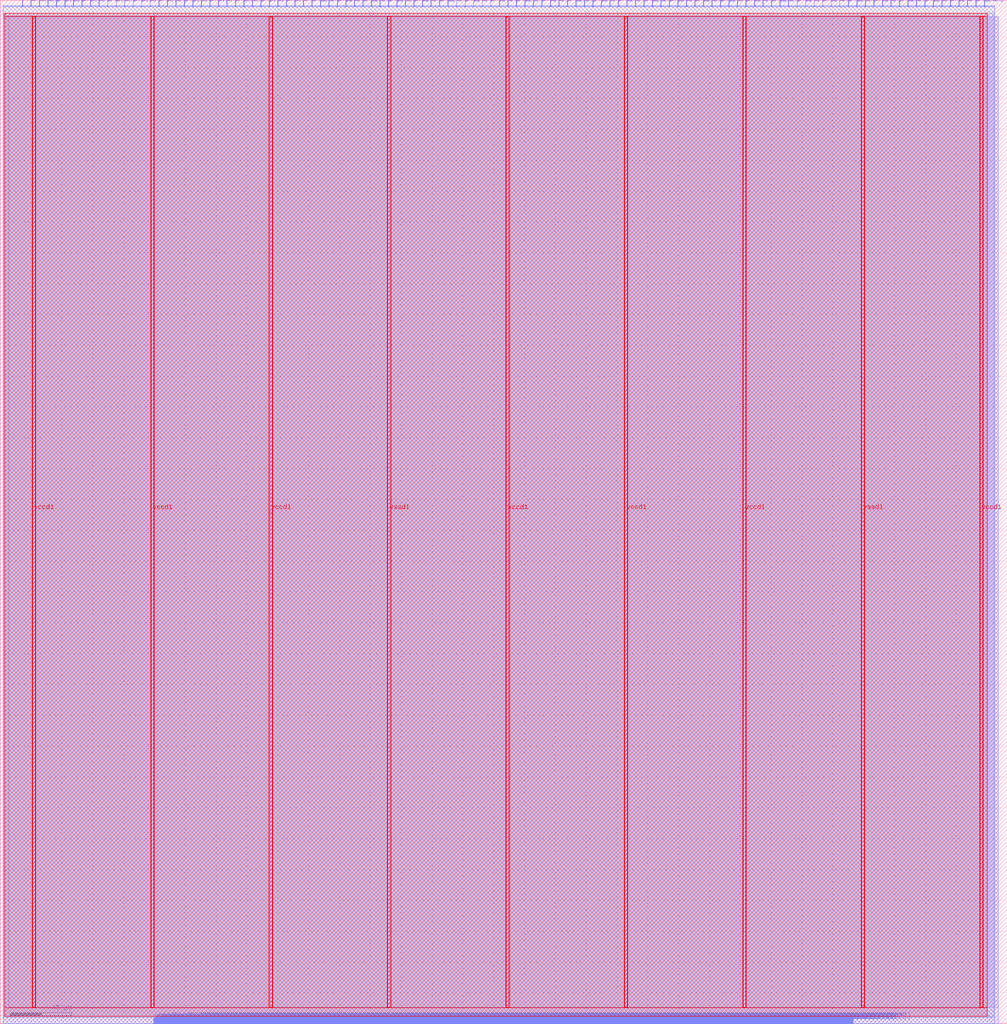
<source format=lef>
VERSION 5.7 ;
  NOWIREEXTENSIONATPIN ON ;
  DIVIDERCHAR "/" ;
  BUSBITCHARS "[]" ;
MACRO sha1_top
  CLASS BLOCK ;
  FOREIGN sha1_top ;
  ORIGIN 0.000 0.000 ;
  SIZE 653.010 BY 663.730 ;
  PIN io_in[0]
    DIRECTION INPUT ;
    USE SIGNAL ;
    PORT
      LAYER met2 ;
        RECT 14.350 659.730 14.630 663.730 ;
    END
  END io_in[0]
  PIN io_in[10]
    DIRECTION INPUT ;
    USE SIGNAL ;
    PORT
      LAYER met2 ;
        RECT 179.950 659.730 180.230 663.730 ;
    END
  END io_in[10]
  PIN io_in[11]
    DIRECTION INPUT ;
    USE SIGNAL ;
    PORT
      LAYER met2 ;
        RECT 196.510 659.730 196.790 663.730 ;
    END
  END io_in[11]
  PIN io_in[12]
    DIRECTION INPUT ;
    USE SIGNAL ;
    PORT
      LAYER met2 ;
        RECT 213.070 659.730 213.350 663.730 ;
    END
  END io_in[12]
  PIN io_in[13]
    DIRECTION INPUT ;
    USE SIGNAL ;
    PORT
      LAYER met2 ;
        RECT 229.630 659.730 229.910 663.730 ;
    END
  END io_in[13]
  PIN io_in[14]
    DIRECTION INPUT ;
    USE SIGNAL ;
    PORT
      LAYER met2 ;
        RECT 246.190 659.730 246.470 663.730 ;
    END
  END io_in[14]
  PIN io_in[15]
    DIRECTION INPUT ;
    USE SIGNAL ;
    PORT
      LAYER met2 ;
        RECT 262.750 659.730 263.030 663.730 ;
    END
  END io_in[15]
  PIN io_in[16]
    DIRECTION INPUT ;
    USE SIGNAL ;
    PORT
      LAYER met2 ;
        RECT 279.310 659.730 279.590 663.730 ;
    END
  END io_in[16]
  PIN io_in[17]
    DIRECTION INPUT ;
    USE SIGNAL ;
    PORT
      LAYER met2 ;
        RECT 295.870 659.730 296.150 663.730 ;
    END
  END io_in[17]
  PIN io_in[18]
    DIRECTION INPUT ;
    USE SIGNAL ;
    PORT
      LAYER met2 ;
        RECT 312.430 659.730 312.710 663.730 ;
    END
  END io_in[18]
  PIN io_in[19]
    DIRECTION INPUT ;
    USE SIGNAL ;
    PORT
      LAYER met2 ;
        RECT 328.990 659.730 329.270 663.730 ;
    END
  END io_in[19]
  PIN io_in[1]
    DIRECTION INPUT ;
    USE SIGNAL ;
    PORT
      LAYER met2 ;
        RECT 30.910 659.730 31.190 663.730 ;
    END
  END io_in[1]
  PIN io_in[20]
    DIRECTION INPUT ;
    USE SIGNAL ;
    PORT
      LAYER met2 ;
        RECT 345.550 659.730 345.830 663.730 ;
    END
  END io_in[20]
  PIN io_in[21]
    DIRECTION INPUT ;
    USE SIGNAL ;
    PORT
      LAYER met2 ;
        RECT 362.110 659.730 362.390 663.730 ;
    END
  END io_in[21]
  PIN io_in[22]
    DIRECTION INPUT ;
    USE SIGNAL ;
    PORT
      LAYER met2 ;
        RECT 378.670 659.730 378.950 663.730 ;
    END
  END io_in[22]
  PIN io_in[23]
    DIRECTION INPUT ;
    USE SIGNAL ;
    PORT
      LAYER met2 ;
        RECT 395.230 659.730 395.510 663.730 ;
    END
  END io_in[23]
  PIN io_in[24]
    DIRECTION INPUT ;
    USE SIGNAL ;
    PORT
      LAYER met2 ;
        RECT 411.790 659.730 412.070 663.730 ;
    END
  END io_in[24]
  PIN io_in[25]
    DIRECTION INPUT ;
    USE SIGNAL ;
    PORT
      LAYER met2 ;
        RECT 428.350 659.730 428.630 663.730 ;
    END
  END io_in[25]
  PIN io_in[26]
    DIRECTION INPUT ;
    USE SIGNAL ;
    PORT
      LAYER met2 ;
        RECT 444.910 659.730 445.190 663.730 ;
    END
  END io_in[26]
  PIN io_in[27]
    DIRECTION INPUT ;
    USE SIGNAL ;
    PORT
      LAYER met2 ;
        RECT 461.470 659.730 461.750 663.730 ;
    END
  END io_in[27]
  PIN io_in[28]
    DIRECTION INPUT ;
    USE SIGNAL ;
    PORT
      LAYER met2 ;
        RECT 478.030 659.730 478.310 663.730 ;
    END
  END io_in[28]
  PIN io_in[29]
    DIRECTION INPUT ;
    USE SIGNAL ;
    PORT
      LAYER met2 ;
        RECT 494.590 659.730 494.870 663.730 ;
    END
  END io_in[29]
  PIN io_in[2]
    DIRECTION INPUT ;
    USE SIGNAL ;
    PORT
      LAYER met2 ;
        RECT 47.470 659.730 47.750 663.730 ;
    END
  END io_in[2]
  PIN io_in[30]
    DIRECTION INPUT ;
    USE SIGNAL ;
    PORT
      LAYER met2 ;
        RECT 511.150 659.730 511.430 663.730 ;
    END
  END io_in[30]
  PIN io_in[31]
    DIRECTION INPUT ;
    USE SIGNAL ;
    PORT
      LAYER met2 ;
        RECT 527.710 659.730 527.990 663.730 ;
    END
  END io_in[31]
  PIN io_in[32]
    DIRECTION INPUT ;
    USE SIGNAL ;
    PORT
      LAYER met2 ;
        RECT 544.270 659.730 544.550 663.730 ;
    END
  END io_in[32]
  PIN io_in[33]
    DIRECTION INPUT ;
    USE SIGNAL ;
    PORT
      LAYER met2 ;
        RECT 560.830 659.730 561.110 663.730 ;
    END
  END io_in[33]
  PIN io_in[34]
    DIRECTION INPUT ;
    USE SIGNAL ;
    PORT
      LAYER met2 ;
        RECT 577.390 659.730 577.670 663.730 ;
    END
  END io_in[34]
  PIN io_in[35]
    DIRECTION INPUT ;
    USE SIGNAL ;
    PORT
      LAYER met2 ;
        RECT 593.950 659.730 594.230 663.730 ;
    END
  END io_in[35]
  PIN io_in[36]
    DIRECTION INPUT ;
    USE SIGNAL ;
    PORT
      LAYER met2 ;
        RECT 610.510 659.730 610.790 663.730 ;
    END
  END io_in[36]
  PIN io_in[37]
    DIRECTION INPUT ;
    USE SIGNAL ;
    PORT
      LAYER met2 ;
        RECT 627.070 659.730 627.350 663.730 ;
    END
  END io_in[37]
  PIN io_in[3]
    DIRECTION INPUT ;
    USE SIGNAL ;
    PORT
      LAYER met2 ;
        RECT 64.030 659.730 64.310 663.730 ;
    END
  END io_in[3]
  PIN io_in[4]
    DIRECTION INPUT ;
    USE SIGNAL ;
    PORT
      LAYER met2 ;
        RECT 80.590 659.730 80.870 663.730 ;
    END
  END io_in[4]
  PIN io_in[5]
    DIRECTION INPUT ;
    USE SIGNAL ;
    PORT
      LAYER met2 ;
        RECT 97.150 659.730 97.430 663.730 ;
    END
  END io_in[5]
  PIN io_in[6]
    DIRECTION INPUT ;
    USE SIGNAL ;
    PORT
      LAYER met2 ;
        RECT 113.710 659.730 113.990 663.730 ;
    END
  END io_in[6]
  PIN io_in[7]
    DIRECTION INPUT ;
    USE SIGNAL ;
    PORT
      LAYER met2 ;
        RECT 130.270 659.730 130.550 663.730 ;
    END
  END io_in[7]
  PIN io_in[8]
    DIRECTION INPUT ;
    USE SIGNAL ;
    PORT
      LAYER met2 ;
        RECT 146.830 659.730 147.110 663.730 ;
    END
  END io_in[8]
  PIN io_in[9]
    DIRECTION INPUT ;
    USE SIGNAL ;
    PORT
      LAYER met2 ;
        RECT 163.390 659.730 163.670 663.730 ;
    END
  END io_in[9]
  PIN io_oeb[0]
    DIRECTION OUTPUT TRISTATE ;
    USE SIGNAL ;
    PORT
      LAYER met2 ;
        RECT 19.870 659.730 20.150 663.730 ;
    END
  END io_oeb[0]
  PIN io_oeb[10]
    DIRECTION OUTPUT TRISTATE ;
    USE SIGNAL ;
    PORT
      LAYER met2 ;
        RECT 185.470 659.730 185.750 663.730 ;
    END
  END io_oeb[10]
  PIN io_oeb[11]
    DIRECTION OUTPUT TRISTATE ;
    USE SIGNAL ;
    PORT
      LAYER met2 ;
        RECT 202.030 659.730 202.310 663.730 ;
    END
  END io_oeb[11]
  PIN io_oeb[12]
    DIRECTION OUTPUT TRISTATE ;
    USE SIGNAL ;
    PORT
      LAYER met2 ;
        RECT 218.590 659.730 218.870 663.730 ;
    END
  END io_oeb[12]
  PIN io_oeb[13]
    DIRECTION OUTPUT TRISTATE ;
    USE SIGNAL ;
    PORT
      LAYER met2 ;
        RECT 235.150 659.730 235.430 663.730 ;
    END
  END io_oeb[13]
  PIN io_oeb[14]
    DIRECTION OUTPUT TRISTATE ;
    USE SIGNAL ;
    PORT
      LAYER met2 ;
        RECT 251.710 659.730 251.990 663.730 ;
    END
  END io_oeb[14]
  PIN io_oeb[15]
    DIRECTION OUTPUT TRISTATE ;
    USE SIGNAL ;
    PORT
      LAYER met2 ;
        RECT 268.270 659.730 268.550 663.730 ;
    END
  END io_oeb[15]
  PIN io_oeb[16]
    DIRECTION OUTPUT TRISTATE ;
    USE SIGNAL ;
    PORT
      LAYER met2 ;
        RECT 284.830 659.730 285.110 663.730 ;
    END
  END io_oeb[16]
  PIN io_oeb[17]
    DIRECTION OUTPUT TRISTATE ;
    USE SIGNAL ;
    PORT
      LAYER met2 ;
        RECT 301.390 659.730 301.670 663.730 ;
    END
  END io_oeb[17]
  PIN io_oeb[18]
    DIRECTION OUTPUT TRISTATE ;
    USE SIGNAL ;
    PORT
      LAYER met2 ;
        RECT 317.950 659.730 318.230 663.730 ;
    END
  END io_oeb[18]
  PIN io_oeb[19]
    DIRECTION OUTPUT TRISTATE ;
    USE SIGNAL ;
    PORT
      LAYER met2 ;
        RECT 334.510 659.730 334.790 663.730 ;
    END
  END io_oeb[19]
  PIN io_oeb[1]
    DIRECTION OUTPUT TRISTATE ;
    USE SIGNAL ;
    PORT
      LAYER met2 ;
        RECT 36.430 659.730 36.710 663.730 ;
    END
  END io_oeb[1]
  PIN io_oeb[20]
    DIRECTION OUTPUT TRISTATE ;
    USE SIGNAL ;
    PORT
      LAYER met2 ;
        RECT 351.070 659.730 351.350 663.730 ;
    END
  END io_oeb[20]
  PIN io_oeb[21]
    DIRECTION OUTPUT TRISTATE ;
    USE SIGNAL ;
    PORT
      LAYER met2 ;
        RECT 367.630 659.730 367.910 663.730 ;
    END
  END io_oeb[21]
  PIN io_oeb[22]
    DIRECTION OUTPUT TRISTATE ;
    USE SIGNAL ;
    PORT
      LAYER met2 ;
        RECT 384.190 659.730 384.470 663.730 ;
    END
  END io_oeb[22]
  PIN io_oeb[23]
    DIRECTION OUTPUT TRISTATE ;
    USE SIGNAL ;
    PORT
      LAYER met2 ;
        RECT 400.750 659.730 401.030 663.730 ;
    END
  END io_oeb[23]
  PIN io_oeb[24]
    DIRECTION OUTPUT TRISTATE ;
    USE SIGNAL ;
    PORT
      LAYER met2 ;
        RECT 417.310 659.730 417.590 663.730 ;
    END
  END io_oeb[24]
  PIN io_oeb[25]
    DIRECTION OUTPUT TRISTATE ;
    USE SIGNAL ;
    PORT
      LAYER met2 ;
        RECT 433.870 659.730 434.150 663.730 ;
    END
  END io_oeb[25]
  PIN io_oeb[26]
    DIRECTION OUTPUT TRISTATE ;
    USE SIGNAL ;
    PORT
      LAYER met2 ;
        RECT 450.430 659.730 450.710 663.730 ;
    END
  END io_oeb[26]
  PIN io_oeb[27]
    DIRECTION OUTPUT TRISTATE ;
    USE SIGNAL ;
    PORT
      LAYER met2 ;
        RECT 466.990 659.730 467.270 663.730 ;
    END
  END io_oeb[27]
  PIN io_oeb[28]
    DIRECTION OUTPUT TRISTATE ;
    USE SIGNAL ;
    PORT
      LAYER met2 ;
        RECT 483.550 659.730 483.830 663.730 ;
    END
  END io_oeb[28]
  PIN io_oeb[29]
    DIRECTION OUTPUT TRISTATE ;
    USE SIGNAL ;
    PORT
      LAYER met2 ;
        RECT 500.110 659.730 500.390 663.730 ;
    END
  END io_oeb[29]
  PIN io_oeb[2]
    DIRECTION OUTPUT TRISTATE ;
    USE SIGNAL ;
    PORT
      LAYER met2 ;
        RECT 52.990 659.730 53.270 663.730 ;
    END
  END io_oeb[2]
  PIN io_oeb[30]
    DIRECTION OUTPUT TRISTATE ;
    USE SIGNAL ;
    PORT
      LAYER met2 ;
        RECT 516.670 659.730 516.950 663.730 ;
    END
  END io_oeb[30]
  PIN io_oeb[31]
    DIRECTION OUTPUT TRISTATE ;
    USE SIGNAL ;
    PORT
      LAYER met2 ;
        RECT 533.230 659.730 533.510 663.730 ;
    END
  END io_oeb[31]
  PIN io_oeb[32]
    DIRECTION OUTPUT TRISTATE ;
    USE SIGNAL ;
    PORT
      LAYER met2 ;
        RECT 549.790 659.730 550.070 663.730 ;
    END
  END io_oeb[32]
  PIN io_oeb[33]
    DIRECTION OUTPUT TRISTATE ;
    USE SIGNAL ;
    PORT
      LAYER met2 ;
        RECT 566.350 659.730 566.630 663.730 ;
    END
  END io_oeb[33]
  PIN io_oeb[34]
    DIRECTION OUTPUT TRISTATE ;
    USE SIGNAL ;
    PORT
      LAYER met2 ;
        RECT 582.910 659.730 583.190 663.730 ;
    END
  END io_oeb[34]
  PIN io_oeb[35]
    DIRECTION OUTPUT TRISTATE ;
    USE SIGNAL ;
    PORT
      LAYER met2 ;
        RECT 599.470 659.730 599.750 663.730 ;
    END
  END io_oeb[35]
  PIN io_oeb[36]
    DIRECTION OUTPUT TRISTATE ;
    USE SIGNAL ;
    PORT
      LAYER met2 ;
        RECT 616.030 659.730 616.310 663.730 ;
    END
  END io_oeb[36]
  PIN io_oeb[37]
    DIRECTION OUTPUT TRISTATE ;
    USE SIGNAL ;
    PORT
      LAYER met2 ;
        RECT 632.590 659.730 632.870 663.730 ;
    END
  END io_oeb[37]
  PIN io_oeb[3]
    DIRECTION OUTPUT TRISTATE ;
    USE SIGNAL ;
    PORT
      LAYER met2 ;
        RECT 69.550 659.730 69.830 663.730 ;
    END
  END io_oeb[3]
  PIN io_oeb[4]
    DIRECTION OUTPUT TRISTATE ;
    USE SIGNAL ;
    PORT
      LAYER met2 ;
        RECT 86.110 659.730 86.390 663.730 ;
    END
  END io_oeb[4]
  PIN io_oeb[5]
    DIRECTION OUTPUT TRISTATE ;
    USE SIGNAL ;
    PORT
      LAYER met2 ;
        RECT 102.670 659.730 102.950 663.730 ;
    END
  END io_oeb[5]
  PIN io_oeb[6]
    DIRECTION OUTPUT TRISTATE ;
    USE SIGNAL ;
    PORT
      LAYER met2 ;
        RECT 119.230 659.730 119.510 663.730 ;
    END
  END io_oeb[6]
  PIN io_oeb[7]
    DIRECTION OUTPUT TRISTATE ;
    USE SIGNAL ;
    PORT
      LAYER met2 ;
        RECT 135.790 659.730 136.070 663.730 ;
    END
  END io_oeb[7]
  PIN io_oeb[8]
    DIRECTION OUTPUT TRISTATE ;
    USE SIGNAL ;
    PORT
      LAYER met2 ;
        RECT 152.350 659.730 152.630 663.730 ;
    END
  END io_oeb[8]
  PIN io_oeb[9]
    DIRECTION OUTPUT TRISTATE ;
    USE SIGNAL ;
    PORT
      LAYER met2 ;
        RECT 168.910 659.730 169.190 663.730 ;
    END
  END io_oeb[9]
  PIN io_out[0]
    DIRECTION OUTPUT TRISTATE ;
    USE SIGNAL ;
    PORT
      LAYER met2 ;
        RECT 25.390 659.730 25.670 663.730 ;
    END
  END io_out[0]
  PIN io_out[10]
    DIRECTION OUTPUT TRISTATE ;
    USE SIGNAL ;
    PORT
      LAYER met2 ;
        RECT 190.990 659.730 191.270 663.730 ;
    END
  END io_out[10]
  PIN io_out[11]
    DIRECTION OUTPUT TRISTATE ;
    USE SIGNAL ;
    PORT
      LAYER met2 ;
        RECT 207.550 659.730 207.830 663.730 ;
    END
  END io_out[11]
  PIN io_out[12]
    DIRECTION OUTPUT TRISTATE ;
    USE SIGNAL ;
    PORT
      LAYER met2 ;
        RECT 224.110 659.730 224.390 663.730 ;
    END
  END io_out[12]
  PIN io_out[13]
    DIRECTION OUTPUT TRISTATE ;
    USE SIGNAL ;
    PORT
      LAYER met2 ;
        RECT 240.670 659.730 240.950 663.730 ;
    END
  END io_out[13]
  PIN io_out[14]
    DIRECTION OUTPUT TRISTATE ;
    USE SIGNAL ;
    PORT
      LAYER met2 ;
        RECT 257.230 659.730 257.510 663.730 ;
    END
  END io_out[14]
  PIN io_out[15]
    DIRECTION OUTPUT TRISTATE ;
    USE SIGNAL ;
    PORT
      LAYER met2 ;
        RECT 273.790 659.730 274.070 663.730 ;
    END
  END io_out[15]
  PIN io_out[16]
    DIRECTION OUTPUT TRISTATE ;
    USE SIGNAL ;
    PORT
      LAYER met2 ;
        RECT 290.350 659.730 290.630 663.730 ;
    END
  END io_out[16]
  PIN io_out[17]
    DIRECTION OUTPUT TRISTATE ;
    USE SIGNAL ;
    PORT
      LAYER met2 ;
        RECT 306.910 659.730 307.190 663.730 ;
    END
  END io_out[17]
  PIN io_out[18]
    DIRECTION OUTPUT TRISTATE ;
    USE SIGNAL ;
    PORT
      LAYER met2 ;
        RECT 323.470 659.730 323.750 663.730 ;
    END
  END io_out[18]
  PIN io_out[19]
    DIRECTION OUTPUT TRISTATE ;
    USE SIGNAL ;
    PORT
      LAYER met2 ;
        RECT 340.030 659.730 340.310 663.730 ;
    END
  END io_out[19]
  PIN io_out[1]
    DIRECTION OUTPUT TRISTATE ;
    USE SIGNAL ;
    PORT
      LAYER met2 ;
        RECT 41.950 659.730 42.230 663.730 ;
    END
  END io_out[1]
  PIN io_out[20]
    DIRECTION OUTPUT TRISTATE ;
    USE SIGNAL ;
    PORT
      LAYER met2 ;
        RECT 356.590 659.730 356.870 663.730 ;
    END
  END io_out[20]
  PIN io_out[21]
    DIRECTION OUTPUT TRISTATE ;
    USE SIGNAL ;
    PORT
      LAYER met2 ;
        RECT 373.150 659.730 373.430 663.730 ;
    END
  END io_out[21]
  PIN io_out[22]
    DIRECTION OUTPUT TRISTATE ;
    USE SIGNAL ;
    PORT
      LAYER met2 ;
        RECT 389.710 659.730 389.990 663.730 ;
    END
  END io_out[22]
  PIN io_out[23]
    DIRECTION OUTPUT TRISTATE ;
    USE SIGNAL ;
    PORT
      LAYER met2 ;
        RECT 406.270 659.730 406.550 663.730 ;
    END
  END io_out[23]
  PIN io_out[24]
    DIRECTION OUTPUT TRISTATE ;
    USE SIGNAL ;
    PORT
      LAYER met2 ;
        RECT 422.830 659.730 423.110 663.730 ;
    END
  END io_out[24]
  PIN io_out[25]
    DIRECTION OUTPUT TRISTATE ;
    USE SIGNAL ;
    PORT
      LAYER met2 ;
        RECT 439.390 659.730 439.670 663.730 ;
    END
  END io_out[25]
  PIN io_out[26]
    DIRECTION OUTPUT TRISTATE ;
    USE SIGNAL ;
    PORT
      LAYER met2 ;
        RECT 455.950 659.730 456.230 663.730 ;
    END
  END io_out[26]
  PIN io_out[27]
    DIRECTION OUTPUT TRISTATE ;
    USE SIGNAL ;
    PORT
      LAYER met2 ;
        RECT 472.510 659.730 472.790 663.730 ;
    END
  END io_out[27]
  PIN io_out[28]
    DIRECTION OUTPUT TRISTATE ;
    USE SIGNAL ;
    PORT
      LAYER met2 ;
        RECT 489.070 659.730 489.350 663.730 ;
    END
  END io_out[28]
  PIN io_out[29]
    DIRECTION OUTPUT TRISTATE ;
    USE SIGNAL ;
    PORT
      LAYER met2 ;
        RECT 505.630 659.730 505.910 663.730 ;
    END
  END io_out[29]
  PIN io_out[2]
    DIRECTION OUTPUT TRISTATE ;
    USE SIGNAL ;
    PORT
      LAYER met2 ;
        RECT 58.510 659.730 58.790 663.730 ;
    END
  END io_out[2]
  PIN io_out[30]
    DIRECTION OUTPUT TRISTATE ;
    USE SIGNAL ;
    PORT
      LAYER met2 ;
        RECT 522.190 659.730 522.470 663.730 ;
    END
  END io_out[30]
  PIN io_out[31]
    DIRECTION OUTPUT TRISTATE ;
    USE SIGNAL ;
    PORT
      LAYER met2 ;
        RECT 538.750 659.730 539.030 663.730 ;
    END
  END io_out[31]
  PIN io_out[32]
    DIRECTION OUTPUT TRISTATE ;
    USE SIGNAL ;
    PORT
      LAYER met2 ;
        RECT 555.310 659.730 555.590 663.730 ;
    END
  END io_out[32]
  PIN io_out[33]
    DIRECTION OUTPUT TRISTATE ;
    USE SIGNAL ;
    PORT
      LAYER met2 ;
        RECT 571.870 659.730 572.150 663.730 ;
    END
  END io_out[33]
  PIN io_out[34]
    DIRECTION OUTPUT TRISTATE ;
    USE SIGNAL ;
    PORT
      LAYER met2 ;
        RECT 588.430 659.730 588.710 663.730 ;
    END
  END io_out[34]
  PIN io_out[35]
    DIRECTION OUTPUT TRISTATE ;
    USE SIGNAL ;
    PORT
      LAYER met2 ;
        RECT 604.990 659.730 605.270 663.730 ;
    END
  END io_out[35]
  PIN io_out[36]
    DIRECTION OUTPUT TRISTATE ;
    USE SIGNAL ;
    PORT
      LAYER met2 ;
        RECT 621.550 659.730 621.830 663.730 ;
    END
  END io_out[36]
  PIN io_out[37]
    DIRECTION OUTPUT TRISTATE ;
    USE SIGNAL ;
    PORT
      LAYER met2 ;
        RECT 638.110 659.730 638.390 663.730 ;
    END
  END io_out[37]
  PIN io_out[3]
    DIRECTION OUTPUT TRISTATE ;
    USE SIGNAL ;
    PORT
      LAYER met2 ;
        RECT 75.070 659.730 75.350 663.730 ;
    END
  END io_out[3]
  PIN io_out[4]
    DIRECTION OUTPUT TRISTATE ;
    USE SIGNAL ;
    PORT
      LAYER met2 ;
        RECT 91.630 659.730 91.910 663.730 ;
    END
  END io_out[4]
  PIN io_out[5]
    DIRECTION OUTPUT TRISTATE ;
    USE SIGNAL ;
    PORT
      LAYER met2 ;
        RECT 108.190 659.730 108.470 663.730 ;
    END
  END io_out[5]
  PIN io_out[6]
    DIRECTION OUTPUT TRISTATE ;
    USE SIGNAL ;
    PORT
      LAYER met2 ;
        RECT 124.750 659.730 125.030 663.730 ;
    END
  END io_out[6]
  PIN io_out[7]
    DIRECTION OUTPUT TRISTATE ;
    USE SIGNAL ;
    PORT
      LAYER met2 ;
        RECT 141.310 659.730 141.590 663.730 ;
    END
  END io_out[7]
  PIN io_out[8]
    DIRECTION OUTPUT TRISTATE ;
    USE SIGNAL ;
    PORT
      LAYER met2 ;
        RECT 157.870 659.730 158.150 663.730 ;
    END
  END io_out[8]
  PIN io_out[9]
    DIRECTION OUTPUT TRISTATE ;
    USE SIGNAL ;
    PORT
      LAYER met2 ;
        RECT 174.430 659.730 174.710 663.730 ;
    END
  END io_out[9]
  PIN irq[0]
    DIRECTION OUTPUT TRISTATE ;
    USE SIGNAL ;
    PORT
      LAYER met2 ;
        RECT 550.710 0.000 550.990 4.000 ;
    END
  END irq[0]
  PIN irq[1]
    DIRECTION OUTPUT TRISTATE ;
    USE SIGNAL ;
    PORT
      LAYER met2 ;
        RECT 551.630 0.000 551.910 4.000 ;
    END
  END irq[1]
  PIN irq[2]
    DIRECTION OUTPUT TRISTATE ;
    USE SIGNAL ;
    PORT
      LAYER met2 ;
        RECT 552.550 0.000 552.830 4.000 ;
    END
  END irq[2]
  PIN la_data_in[0]
    DIRECTION INPUT ;
    USE SIGNAL ;
    PORT
      LAYER met2 ;
        RECT 197.430 0.000 197.710 4.000 ;
    END
  END la_data_in[0]
  PIN la_data_in[100]
    DIRECTION INPUT ;
    USE SIGNAL ;
    PORT
      LAYER met2 ;
        RECT 473.430 0.000 473.710 4.000 ;
    END
  END la_data_in[100]
  PIN la_data_in[101]
    DIRECTION INPUT ;
    USE SIGNAL ;
    PORT
      LAYER met2 ;
        RECT 476.190 0.000 476.470 4.000 ;
    END
  END la_data_in[101]
  PIN la_data_in[102]
    DIRECTION INPUT ;
    USE SIGNAL ;
    PORT
      LAYER met2 ;
        RECT 478.950 0.000 479.230 4.000 ;
    END
  END la_data_in[102]
  PIN la_data_in[103]
    DIRECTION INPUT ;
    USE SIGNAL ;
    PORT
      LAYER met2 ;
        RECT 481.710 0.000 481.990 4.000 ;
    END
  END la_data_in[103]
  PIN la_data_in[104]
    DIRECTION INPUT ;
    USE SIGNAL ;
    PORT
      LAYER met2 ;
        RECT 484.470 0.000 484.750 4.000 ;
    END
  END la_data_in[104]
  PIN la_data_in[105]
    DIRECTION INPUT ;
    USE SIGNAL ;
    PORT
      LAYER met2 ;
        RECT 487.230 0.000 487.510 4.000 ;
    END
  END la_data_in[105]
  PIN la_data_in[106]
    DIRECTION INPUT ;
    USE SIGNAL ;
    PORT
      LAYER met2 ;
        RECT 489.990 0.000 490.270 4.000 ;
    END
  END la_data_in[106]
  PIN la_data_in[107]
    DIRECTION INPUT ;
    USE SIGNAL ;
    PORT
      LAYER met2 ;
        RECT 492.750 0.000 493.030 4.000 ;
    END
  END la_data_in[107]
  PIN la_data_in[108]
    DIRECTION INPUT ;
    USE SIGNAL ;
    PORT
      LAYER met2 ;
        RECT 495.510 0.000 495.790 4.000 ;
    END
  END la_data_in[108]
  PIN la_data_in[109]
    DIRECTION INPUT ;
    USE SIGNAL ;
    PORT
      LAYER met2 ;
        RECT 498.270 0.000 498.550 4.000 ;
    END
  END la_data_in[109]
  PIN la_data_in[10]
    DIRECTION INPUT ;
    USE SIGNAL ;
    PORT
      LAYER met2 ;
        RECT 225.030 0.000 225.310 4.000 ;
    END
  END la_data_in[10]
  PIN la_data_in[110]
    DIRECTION INPUT ;
    USE SIGNAL ;
    PORT
      LAYER met2 ;
        RECT 501.030 0.000 501.310 4.000 ;
    END
  END la_data_in[110]
  PIN la_data_in[111]
    DIRECTION INPUT ;
    USE SIGNAL ;
    PORT
      LAYER met2 ;
        RECT 503.790 0.000 504.070 4.000 ;
    END
  END la_data_in[111]
  PIN la_data_in[112]
    DIRECTION INPUT ;
    USE SIGNAL ;
    PORT
      LAYER met2 ;
        RECT 506.550 0.000 506.830 4.000 ;
    END
  END la_data_in[112]
  PIN la_data_in[113]
    DIRECTION INPUT ;
    USE SIGNAL ;
    PORT
      LAYER met2 ;
        RECT 509.310 0.000 509.590 4.000 ;
    END
  END la_data_in[113]
  PIN la_data_in[114]
    DIRECTION INPUT ;
    USE SIGNAL ;
    PORT
      LAYER met2 ;
        RECT 512.070 0.000 512.350 4.000 ;
    END
  END la_data_in[114]
  PIN la_data_in[115]
    DIRECTION INPUT ;
    USE SIGNAL ;
    PORT
      LAYER met2 ;
        RECT 514.830 0.000 515.110 4.000 ;
    END
  END la_data_in[115]
  PIN la_data_in[116]
    DIRECTION INPUT ;
    USE SIGNAL ;
    PORT
      LAYER met2 ;
        RECT 517.590 0.000 517.870 4.000 ;
    END
  END la_data_in[116]
  PIN la_data_in[117]
    DIRECTION INPUT ;
    USE SIGNAL ;
    PORT
      LAYER met2 ;
        RECT 520.350 0.000 520.630 4.000 ;
    END
  END la_data_in[117]
  PIN la_data_in[118]
    DIRECTION INPUT ;
    USE SIGNAL ;
    PORT
      LAYER met2 ;
        RECT 523.110 0.000 523.390 4.000 ;
    END
  END la_data_in[118]
  PIN la_data_in[119]
    DIRECTION INPUT ;
    USE SIGNAL ;
    PORT
      LAYER met2 ;
        RECT 525.870 0.000 526.150 4.000 ;
    END
  END la_data_in[119]
  PIN la_data_in[11]
    DIRECTION INPUT ;
    USE SIGNAL ;
    PORT
      LAYER met2 ;
        RECT 227.790 0.000 228.070 4.000 ;
    END
  END la_data_in[11]
  PIN la_data_in[120]
    DIRECTION INPUT ;
    USE SIGNAL ;
    PORT
      LAYER met2 ;
        RECT 528.630 0.000 528.910 4.000 ;
    END
  END la_data_in[120]
  PIN la_data_in[121]
    DIRECTION INPUT ;
    USE SIGNAL ;
    PORT
      LAYER met2 ;
        RECT 531.390 0.000 531.670 4.000 ;
    END
  END la_data_in[121]
  PIN la_data_in[122]
    DIRECTION INPUT ;
    USE SIGNAL ;
    PORT
      LAYER met2 ;
        RECT 534.150 0.000 534.430 4.000 ;
    END
  END la_data_in[122]
  PIN la_data_in[123]
    DIRECTION INPUT ;
    USE SIGNAL ;
    PORT
      LAYER met2 ;
        RECT 536.910 0.000 537.190 4.000 ;
    END
  END la_data_in[123]
  PIN la_data_in[124]
    DIRECTION INPUT ;
    USE SIGNAL ;
    PORT
      LAYER met2 ;
        RECT 539.670 0.000 539.950 4.000 ;
    END
  END la_data_in[124]
  PIN la_data_in[125]
    DIRECTION INPUT ;
    USE SIGNAL ;
    PORT
      LAYER met2 ;
        RECT 542.430 0.000 542.710 4.000 ;
    END
  END la_data_in[125]
  PIN la_data_in[126]
    DIRECTION INPUT ;
    USE SIGNAL ;
    PORT
      LAYER met2 ;
        RECT 545.190 0.000 545.470 4.000 ;
    END
  END la_data_in[126]
  PIN la_data_in[127]
    DIRECTION INPUT ;
    USE SIGNAL ;
    PORT
      LAYER met2 ;
        RECT 547.950 0.000 548.230 4.000 ;
    END
  END la_data_in[127]
  PIN la_data_in[12]
    DIRECTION INPUT ;
    USE SIGNAL ;
    PORT
      LAYER met2 ;
        RECT 230.550 0.000 230.830 4.000 ;
    END
  END la_data_in[12]
  PIN la_data_in[13]
    DIRECTION INPUT ;
    USE SIGNAL ;
    PORT
      LAYER met2 ;
        RECT 233.310 0.000 233.590 4.000 ;
    END
  END la_data_in[13]
  PIN la_data_in[14]
    DIRECTION INPUT ;
    USE SIGNAL ;
    PORT
      LAYER met2 ;
        RECT 236.070 0.000 236.350 4.000 ;
    END
  END la_data_in[14]
  PIN la_data_in[15]
    DIRECTION INPUT ;
    USE SIGNAL ;
    PORT
      LAYER met2 ;
        RECT 238.830 0.000 239.110 4.000 ;
    END
  END la_data_in[15]
  PIN la_data_in[16]
    DIRECTION INPUT ;
    USE SIGNAL ;
    PORT
      LAYER met2 ;
        RECT 241.590 0.000 241.870 4.000 ;
    END
  END la_data_in[16]
  PIN la_data_in[17]
    DIRECTION INPUT ;
    USE SIGNAL ;
    PORT
      LAYER met2 ;
        RECT 244.350 0.000 244.630 4.000 ;
    END
  END la_data_in[17]
  PIN la_data_in[18]
    DIRECTION INPUT ;
    USE SIGNAL ;
    PORT
      LAYER met2 ;
        RECT 247.110 0.000 247.390 4.000 ;
    END
  END la_data_in[18]
  PIN la_data_in[19]
    DIRECTION INPUT ;
    USE SIGNAL ;
    PORT
      LAYER met2 ;
        RECT 249.870 0.000 250.150 4.000 ;
    END
  END la_data_in[19]
  PIN la_data_in[1]
    DIRECTION INPUT ;
    USE SIGNAL ;
    PORT
      LAYER met2 ;
        RECT 200.190 0.000 200.470 4.000 ;
    END
  END la_data_in[1]
  PIN la_data_in[20]
    DIRECTION INPUT ;
    USE SIGNAL ;
    PORT
      LAYER met2 ;
        RECT 252.630 0.000 252.910 4.000 ;
    END
  END la_data_in[20]
  PIN la_data_in[21]
    DIRECTION INPUT ;
    USE SIGNAL ;
    PORT
      LAYER met2 ;
        RECT 255.390 0.000 255.670 4.000 ;
    END
  END la_data_in[21]
  PIN la_data_in[22]
    DIRECTION INPUT ;
    USE SIGNAL ;
    PORT
      LAYER met2 ;
        RECT 258.150 0.000 258.430 4.000 ;
    END
  END la_data_in[22]
  PIN la_data_in[23]
    DIRECTION INPUT ;
    USE SIGNAL ;
    PORT
      LAYER met2 ;
        RECT 260.910 0.000 261.190 4.000 ;
    END
  END la_data_in[23]
  PIN la_data_in[24]
    DIRECTION INPUT ;
    USE SIGNAL ;
    PORT
      LAYER met2 ;
        RECT 263.670 0.000 263.950 4.000 ;
    END
  END la_data_in[24]
  PIN la_data_in[25]
    DIRECTION INPUT ;
    USE SIGNAL ;
    PORT
      LAYER met2 ;
        RECT 266.430 0.000 266.710 4.000 ;
    END
  END la_data_in[25]
  PIN la_data_in[26]
    DIRECTION INPUT ;
    USE SIGNAL ;
    PORT
      LAYER met2 ;
        RECT 269.190 0.000 269.470 4.000 ;
    END
  END la_data_in[26]
  PIN la_data_in[27]
    DIRECTION INPUT ;
    USE SIGNAL ;
    PORT
      LAYER met2 ;
        RECT 271.950 0.000 272.230 4.000 ;
    END
  END la_data_in[27]
  PIN la_data_in[28]
    DIRECTION INPUT ;
    USE SIGNAL ;
    PORT
      LAYER met2 ;
        RECT 274.710 0.000 274.990 4.000 ;
    END
  END la_data_in[28]
  PIN la_data_in[29]
    DIRECTION INPUT ;
    USE SIGNAL ;
    PORT
      LAYER met2 ;
        RECT 277.470 0.000 277.750 4.000 ;
    END
  END la_data_in[29]
  PIN la_data_in[2]
    DIRECTION INPUT ;
    USE SIGNAL ;
    PORT
      LAYER met2 ;
        RECT 202.950 0.000 203.230 4.000 ;
    END
  END la_data_in[2]
  PIN la_data_in[30]
    DIRECTION INPUT ;
    USE SIGNAL ;
    PORT
      LAYER met2 ;
        RECT 280.230 0.000 280.510 4.000 ;
    END
  END la_data_in[30]
  PIN la_data_in[31]
    DIRECTION INPUT ;
    USE SIGNAL ;
    PORT
      LAYER met2 ;
        RECT 282.990 0.000 283.270 4.000 ;
    END
  END la_data_in[31]
  PIN la_data_in[32]
    DIRECTION INPUT ;
    USE SIGNAL ;
    PORT
      LAYER met2 ;
        RECT 285.750 0.000 286.030 4.000 ;
    END
  END la_data_in[32]
  PIN la_data_in[33]
    DIRECTION INPUT ;
    USE SIGNAL ;
    PORT
      LAYER met2 ;
        RECT 288.510 0.000 288.790 4.000 ;
    END
  END la_data_in[33]
  PIN la_data_in[34]
    DIRECTION INPUT ;
    USE SIGNAL ;
    PORT
      LAYER met2 ;
        RECT 291.270 0.000 291.550 4.000 ;
    END
  END la_data_in[34]
  PIN la_data_in[35]
    DIRECTION INPUT ;
    USE SIGNAL ;
    PORT
      LAYER met2 ;
        RECT 294.030 0.000 294.310 4.000 ;
    END
  END la_data_in[35]
  PIN la_data_in[36]
    DIRECTION INPUT ;
    USE SIGNAL ;
    PORT
      LAYER met2 ;
        RECT 296.790 0.000 297.070 4.000 ;
    END
  END la_data_in[36]
  PIN la_data_in[37]
    DIRECTION INPUT ;
    USE SIGNAL ;
    PORT
      LAYER met2 ;
        RECT 299.550 0.000 299.830 4.000 ;
    END
  END la_data_in[37]
  PIN la_data_in[38]
    DIRECTION INPUT ;
    USE SIGNAL ;
    PORT
      LAYER met2 ;
        RECT 302.310 0.000 302.590 4.000 ;
    END
  END la_data_in[38]
  PIN la_data_in[39]
    DIRECTION INPUT ;
    USE SIGNAL ;
    PORT
      LAYER met2 ;
        RECT 305.070 0.000 305.350 4.000 ;
    END
  END la_data_in[39]
  PIN la_data_in[3]
    DIRECTION INPUT ;
    USE SIGNAL ;
    PORT
      LAYER met2 ;
        RECT 205.710 0.000 205.990 4.000 ;
    END
  END la_data_in[3]
  PIN la_data_in[40]
    DIRECTION INPUT ;
    USE SIGNAL ;
    PORT
      LAYER met2 ;
        RECT 307.830 0.000 308.110 4.000 ;
    END
  END la_data_in[40]
  PIN la_data_in[41]
    DIRECTION INPUT ;
    USE SIGNAL ;
    PORT
      LAYER met2 ;
        RECT 310.590 0.000 310.870 4.000 ;
    END
  END la_data_in[41]
  PIN la_data_in[42]
    DIRECTION INPUT ;
    USE SIGNAL ;
    PORT
      LAYER met2 ;
        RECT 313.350 0.000 313.630 4.000 ;
    END
  END la_data_in[42]
  PIN la_data_in[43]
    DIRECTION INPUT ;
    USE SIGNAL ;
    PORT
      LAYER met2 ;
        RECT 316.110 0.000 316.390 4.000 ;
    END
  END la_data_in[43]
  PIN la_data_in[44]
    DIRECTION INPUT ;
    USE SIGNAL ;
    PORT
      LAYER met2 ;
        RECT 318.870 0.000 319.150 4.000 ;
    END
  END la_data_in[44]
  PIN la_data_in[45]
    DIRECTION INPUT ;
    USE SIGNAL ;
    PORT
      LAYER met2 ;
        RECT 321.630 0.000 321.910 4.000 ;
    END
  END la_data_in[45]
  PIN la_data_in[46]
    DIRECTION INPUT ;
    USE SIGNAL ;
    PORT
      LAYER met2 ;
        RECT 324.390 0.000 324.670 4.000 ;
    END
  END la_data_in[46]
  PIN la_data_in[47]
    DIRECTION INPUT ;
    USE SIGNAL ;
    PORT
      LAYER met2 ;
        RECT 327.150 0.000 327.430 4.000 ;
    END
  END la_data_in[47]
  PIN la_data_in[48]
    DIRECTION INPUT ;
    USE SIGNAL ;
    PORT
      LAYER met2 ;
        RECT 329.910 0.000 330.190 4.000 ;
    END
  END la_data_in[48]
  PIN la_data_in[49]
    DIRECTION INPUT ;
    USE SIGNAL ;
    PORT
      LAYER met2 ;
        RECT 332.670 0.000 332.950 4.000 ;
    END
  END la_data_in[49]
  PIN la_data_in[4]
    DIRECTION INPUT ;
    USE SIGNAL ;
    PORT
      LAYER met2 ;
        RECT 208.470 0.000 208.750 4.000 ;
    END
  END la_data_in[4]
  PIN la_data_in[50]
    DIRECTION INPUT ;
    USE SIGNAL ;
    PORT
      LAYER met2 ;
        RECT 335.430 0.000 335.710 4.000 ;
    END
  END la_data_in[50]
  PIN la_data_in[51]
    DIRECTION INPUT ;
    USE SIGNAL ;
    PORT
      LAYER met2 ;
        RECT 338.190 0.000 338.470 4.000 ;
    END
  END la_data_in[51]
  PIN la_data_in[52]
    DIRECTION INPUT ;
    USE SIGNAL ;
    PORT
      LAYER met2 ;
        RECT 340.950 0.000 341.230 4.000 ;
    END
  END la_data_in[52]
  PIN la_data_in[53]
    DIRECTION INPUT ;
    USE SIGNAL ;
    PORT
      LAYER met2 ;
        RECT 343.710 0.000 343.990 4.000 ;
    END
  END la_data_in[53]
  PIN la_data_in[54]
    DIRECTION INPUT ;
    USE SIGNAL ;
    PORT
      LAYER met2 ;
        RECT 346.470 0.000 346.750 4.000 ;
    END
  END la_data_in[54]
  PIN la_data_in[55]
    DIRECTION INPUT ;
    USE SIGNAL ;
    PORT
      LAYER met2 ;
        RECT 349.230 0.000 349.510 4.000 ;
    END
  END la_data_in[55]
  PIN la_data_in[56]
    DIRECTION INPUT ;
    USE SIGNAL ;
    PORT
      LAYER met2 ;
        RECT 351.990 0.000 352.270 4.000 ;
    END
  END la_data_in[56]
  PIN la_data_in[57]
    DIRECTION INPUT ;
    USE SIGNAL ;
    PORT
      LAYER met2 ;
        RECT 354.750 0.000 355.030 4.000 ;
    END
  END la_data_in[57]
  PIN la_data_in[58]
    DIRECTION INPUT ;
    USE SIGNAL ;
    PORT
      LAYER met2 ;
        RECT 357.510 0.000 357.790 4.000 ;
    END
  END la_data_in[58]
  PIN la_data_in[59]
    DIRECTION INPUT ;
    USE SIGNAL ;
    PORT
      LAYER met2 ;
        RECT 360.270 0.000 360.550 4.000 ;
    END
  END la_data_in[59]
  PIN la_data_in[5]
    DIRECTION INPUT ;
    USE SIGNAL ;
    PORT
      LAYER met2 ;
        RECT 211.230 0.000 211.510 4.000 ;
    END
  END la_data_in[5]
  PIN la_data_in[60]
    DIRECTION INPUT ;
    USE SIGNAL ;
    PORT
      LAYER met2 ;
        RECT 363.030 0.000 363.310 4.000 ;
    END
  END la_data_in[60]
  PIN la_data_in[61]
    DIRECTION INPUT ;
    USE SIGNAL ;
    PORT
      LAYER met2 ;
        RECT 365.790 0.000 366.070 4.000 ;
    END
  END la_data_in[61]
  PIN la_data_in[62]
    DIRECTION INPUT ;
    USE SIGNAL ;
    PORT
      LAYER met2 ;
        RECT 368.550 0.000 368.830 4.000 ;
    END
  END la_data_in[62]
  PIN la_data_in[63]
    DIRECTION INPUT ;
    USE SIGNAL ;
    PORT
      LAYER met2 ;
        RECT 371.310 0.000 371.590 4.000 ;
    END
  END la_data_in[63]
  PIN la_data_in[64]
    DIRECTION INPUT ;
    USE SIGNAL ;
    PORT
      LAYER met2 ;
        RECT 374.070 0.000 374.350 4.000 ;
    END
  END la_data_in[64]
  PIN la_data_in[65]
    DIRECTION INPUT ;
    USE SIGNAL ;
    PORT
      LAYER met2 ;
        RECT 376.830 0.000 377.110 4.000 ;
    END
  END la_data_in[65]
  PIN la_data_in[66]
    DIRECTION INPUT ;
    USE SIGNAL ;
    PORT
      LAYER met2 ;
        RECT 379.590 0.000 379.870 4.000 ;
    END
  END la_data_in[66]
  PIN la_data_in[67]
    DIRECTION INPUT ;
    USE SIGNAL ;
    PORT
      LAYER met2 ;
        RECT 382.350 0.000 382.630 4.000 ;
    END
  END la_data_in[67]
  PIN la_data_in[68]
    DIRECTION INPUT ;
    USE SIGNAL ;
    PORT
      LAYER met2 ;
        RECT 385.110 0.000 385.390 4.000 ;
    END
  END la_data_in[68]
  PIN la_data_in[69]
    DIRECTION INPUT ;
    USE SIGNAL ;
    PORT
      LAYER met2 ;
        RECT 387.870 0.000 388.150 4.000 ;
    END
  END la_data_in[69]
  PIN la_data_in[6]
    DIRECTION INPUT ;
    USE SIGNAL ;
    PORT
      LAYER met2 ;
        RECT 213.990 0.000 214.270 4.000 ;
    END
  END la_data_in[6]
  PIN la_data_in[70]
    DIRECTION INPUT ;
    USE SIGNAL ;
    PORT
      LAYER met2 ;
        RECT 390.630 0.000 390.910 4.000 ;
    END
  END la_data_in[70]
  PIN la_data_in[71]
    DIRECTION INPUT ;
    USE SIGNAL ;
    PORT
      LAYER met2 ;
        RECT 393.390 0.000 393.670 4.000 ;
    END
  END la_data_in[71]
  PIN la_data_in[72]
    DIRECTION INPUT ;
    USE SIGNAL ;
    PORT
      LAYER met2 ;
        RECT 396.150 0.000 396.430 4.000 ;
    END
  END la_data_in[72]
  PIN la_data_in[73]
    DIRECTION INPUT ;
    USE SIGNAL ;
    PORT
      LAYER met2 ;
        RECT 398.910 0.000 399.190 4.000 ;
    END
  END la_data_in[73]
  PIN la_data_in[74]
    DIRECTION INPUT ;
    USE SIGNAL ;
    PORT
      LAYER met2 ;
        RECT 401.670 0.000 401.950 4.000 ;
    END
  END la_data_in[74]
  PIN la_data_in[75]
    DIRECTION INPUT ;
    USE SIGNAL ;
    PORT
      LAYER met2 ;
        RECT 404.430 0.000 404.710 4.000 ;
    END
  END la_data_in[75]
  PIN la_data_in[76]
    DIRECTION INPUT ;
    USE SIGNAL ;
    PORT
      LAYER met2 ;
        RECT 407.190 0.000 407.470 4.000 ;
    END
  END la_data_in[76]
  PIN la_data_in[77]
    DIRECTION INPUT ;
    USE SIGNAL ;
    PORT
      LAYER met2 ;
        RECT 409.950 0.000 410.230 4.000 ;
    END
  END la_data_in[77]
  PIN la_data_in[78]
    DIRECTION INPUT ;
    USE SIGNAL ;
    PORT
      LAYER met2 ;
        RECT 412.710 0.000 412.990 4.000 ;
    END
  END la_data_in[78]
  PIN la_data_in[79]
    DIRECTION INPUT ;
    USE SIGNAL ;
    PORT
      LAYER met2 ;
        RECT 415.470 0.000 415.750 4.000 ;
    END
  END la_data_in[79]
  PIN la_data_in[7]
    DIRECTION INPUT ;
    USE SIGNAL ;
    PORT
      LAYER met2 ;
        RECT 216.750 0.000 217.030 4.000 ;
    END
  END la_data_in[7]
  PIN la_data_in[80]
    DIRECTION INPUT ;
    USE SIGNAL ;
    PORT
      LAYER met2 ;
        RECT 418.230 0.000 418.510 4.000 ;
    END
  END la_data_in[80]
  PIN la_data_in[81]
    DIRECTION INPUT ;
    USE SIGNAL ;
    PORT
      LAYER met2 ;
        RECT 420.990 0.000 421.270 4.000 ;
    END
  END la_data_in[81]
  PIN la_data_in[82]
    DIRECTION INPUT ;
    USE SIGNAL ;
    PORT
      LAYER met2 ;
        RECT 423.750 0.000 424.030 4.000 ;
    END
  END la_data_in[82]
  PIN la_data_in[83]
    DIRECTION INPUT ;
    USE SIGNAL ;
    PORT
      LAYER met2 ;
        RECT 426.510 0.000 426.790 4.000 ;
    END
  END la_data_in[83]
  PIN la_data_in[84]
    DIRECTION INPUT ;
    USE SIGNAL ;
    PORT
      LAYER met2 ;
        RECT 429.270 0.000 429.550 4.000 ;
    END
  END la_data_in[84]
  PIN la_data_in[85]
    DIRECTION INPUT ;
    USE SIGNAL ;
    PORT
      LAYER met2 ;
        RECT 432.030 0.000 432.310 4.000 ;
    END
  END la_data_in[85]
  PIN la_data_in[86]
    DIRECTION INPUT ;
    USE SIGNAL ;
    PORT
      LAYER met2 ;
        RECT 434.790 0.000 435.070 4.000 ;
    END
  END la_data_in[86]
  PIN la_data_in[87]
    DIRECTION INPUT ;
    USE SIGNAL ;
    PORT
      LAYER met2 ;
        RECT 437.550 0.000 437.830 4.000 ;
    END
  END la_data_in[87]
  PIN la_data_in[88]
    DIRECTION INPUT ;
    USE SIGNAL ;
    PORT
      LAYER met2 ;
        RECT 440.310 0.000 440.590 4.000 ;
    END
  END la_data_in[88]
  PIN la_data_in[89]
    DIRECTION INPUT ;
    USE SIGNAL ;
    PORT
      LAYER met2 ;
        RECT 443.070 0.000 443.350 4.000 ;
    END
  END la_data_in[89]
  PIN la_data_in[8]
    DIRECTION INPUT ;
    USE SIGNAL ;
    PORT
      LAYER met2 ;
        RECT 219.510 0.000 219.790 4.000 ;
    END
  END la_data_in[8]
  PIN la_data_in[90]
    DIRECTION INPUT ;
    USE SIGNAL ;
    PORT
      LAYER met2 ;
        RECT 445.830 0.000 446.110 4.000 ;
    END
  END la_data_in[90]
  PIN la_data_in[91]
    DIRECTION INPUT ;
    USE SIGNAL ;
    PORT
      LAYER met2 ;
        RECT 448.590 0.000 448.870 4.000 ;
    END
  END la_data_in[91]
  PIN la_data_in[92]
    DIRECTION INPUT ;
    USE SIGNAL ;
    PORT
      LAYER met2 ;
        RECT 451.350 0.000 451.630 4.000 ;
    END
  END la_data_in[92]
  PIN la_data_in[93]
    DIRECTION INPUT ;
    USE SIGNAL ;
    PORT
      LAYER met2 ;
        RECT 454.110 0.000 454.390 4.000 ;
    END
  END la_data_in[93]
  PIN la_data_in[94]
    DIRECTION INPUT ;
    USE SIGNAL ;
    PORT
      LAYER met2 ;
        RECT 456.870 0.000 457.150 4.000 ;
    END
  END la_data_in[94]
  PIN la_data_in[95]
    DIRECTION INPUT ;
    USE SIGNAL ;
    PORT
      LAYER met2 ;
        RECT 459.630 0.000 459.910 4.000 ;
    END
  END la_data_in[95]
  PIN la_data_in[96]
    DIRECTION INPUT ;
    USE SIGNAL ;
    PORT
      LAYER met2 ;
        RECT 462.390 0.000 462.670 4.000 ;
    END
  END la_data_in[96]
  PIN la_data_in[97]
    DIRECTION INPUT ;
    USE SIGNAL ;
    PORT
      LAYER met2 ;
        RECT 465.150 0.000 465.430 4.000 ;
    END
  END la_data_in[97]
  PIN la_data_in[98]
    DIRECTION INPUT ;
    USE SIGNAL ;
    PORT
      LAYER met2 ;
        RECT 467.910 0.000 468.190 4.000 ;
    END
  END la_data_in[98]
  PIN la_data_in[99]
    DIRECTION INPUT ;
    USE SIGNAL ;
    PORT
      LAYER met2 ;
        RECT 470.670 0.000 470.950 4.000 ;
    END
  END la_data_in[99]
  PIN la_data_in[9]
    DIRECTION INPUT ;
    USE SIGNAL ;
    PORT
      LAYER met2 ;
        RECT 222.270 0.000 222.550 4.000 ;
    END
  END la_data_in[9]
  PIN la_data_out[0]
    DIRECTION OUTPUT TRISTATE ;
    USE SIGNAL ;
    PORT
      LAYER met2 ;
        RECT 198.350 0.000 198.630 4.000 ;
    END
  END la_data_out[0]
  PIN la_data_out[100]
    DIRECTION OUTPUT TRISTATE ;
    USE SIGNAL ;
    PORT
      LAYER met2 ;
        RECT 474.350 0.000 474.630 4.000 ;
    END
  END la_data_out[100]
  PIN la_data_out[101]
    DIRECTION OUTPUT TRISTATE ;
    USE SIGNAL ;
    PORT
      LAYER met2 ;
        RECT 477.110 0.000 477.390 4.000 ;
    END
  END la_data_out[101]
  PIN la_data_out[102]
    DIRECTION OUTPUT TRISTATE ;
    USE SIGNAL ;
    PORT
      LAYER met2 ;
        RECT 479.870 0.000 480.150 4.000 ;
    END
  END la_data_out[102]
  PIN la_data_out[103]
    DIRECTION OUTPUT TRISTATE ;
    USE SIGNAL ;
    PORT
      LAYER met2 ;
        RECT 482.630 0.000 482.910 4.000 ;
    END
  END la_data_out[103]
  PIN la_data_out[104]
    DIRECTION OUTPUT TRISTATE ;
    USE SIGNAL ;
    PORT
      LAYER met2 ;
        RECT 485.390 0.000 485.670 4.000 ;
    END
  END la_data_out[104]
  PIN la_data_out[105]
    DIRECTION OUTPUT TRISTATE ;
    USE SIGNAL ;
    PORT
      LAYER met2 ;
        RECT 488.150 0.000 488.430 4.000 ;
    END
  END la_data_out[105]
  PIN la_data_out[106]
    DIRECTION OUTPUT TRISTATE ;
    USE SIGNAL ;
    PORT
      LAYER met2 ;
        RECT 490.910 0.000 491.190 4.000 ;
    END
  END la_data_out[106]
  PIN la_data_out[107]
    DIRECTION OUTPUT TRISTATE ;
    USE SIGNAL ;
    PORT
      LAYER met2 ;
        RECT 493.670 0.000 493.950 4.000 ;
    END
  END la_data_out[107]
  PIN la_data_out[108]
    DIRECTION OUTPUT TRISTATE ;
    USE SIGNAL ;
    PORT
      LAYER met2 ;
        RECT 496.430 0.000 496.710 4.000 ;
    END
  END la_data_out[108]
  PIN la_data_out[109]
    DIRECTION OUTPUT TRISTATE ;
    USE SIGNAL ;
    PORT
      LAYER met2 ;
        RECT 499.190 0.000 499.470 4.000 ;
    END
  END la_data_out[109]
  PIN la_data_out[10]
    DIRECTION OUTPUT TRISTATE ;
    USE SIGNAL ;
    PORT
      LAYER met2 ;
        RECT 225.950 0.000 226.230 4.000 ;
    END
  END la_data_out[10]
  PIN la_data_out[110]
    DIRECTION OUTPUT TRISTATE ;
    USE SIGNAL ;
    PORT
      LAYER met2 ;
        RECT 501.950 0.000 502.230 4.000 ;
    END
  END la_data_out[110]
  PIN la_data_out[111]
    DIRECTION OUTPUT TRISTATE ;
    USE SIGNAL ;
    PORT
      LAYER met2 ;
        RECT 504.710 0.000 504.990 4.000 ;
    END
  END la_data_out[111]
  PIN la_data_out[112]
    DIRECTION OUTPUT TRISTATE ;
    USE SIGNAL ;
    PORT
      LAYER met2 ;
        RECT 507.470 0.000 507.750 4.000 ;
    END
  END la_data_out[112]
  PIN la_data_out[113]
    DIRECTION OUTPUT TRISTATE ;
    USE SIGNAL ;
    PORT
      LAYER met2 ;
        RECT 510.230 0.000 510.510 4.000 ;
    END
  END la_data_out[113]
  PIN la_data_out[114]
    DIRECTION OUTPUT TRISTATE ;
    USE SIGNAL ;
    PORT
      LAYER met2 ;
        RECT 512.990 0.000 513.270 4.000 ;
    END
  END la_data_out[114]
  PIN la_data_out[115]
    DIRECTION OUTPUT TRISTATE ;
    USE SIGNAL ;
    PORT
      LAYER met2 ;
        RECT 515.750 0.000 516.030 4.000 ;
    END
  END la_data_out[115]
  PIN la_data_out[116]
    DIRECTION OUTPUT TRISTATE ;
    USE SIGNAL ;
    PORT
      LAYER met2 ;
        RECT 518.510 0.000 518.790 4.000 ;
    END
  END la_data_out[116]
  PIN la_data_out[117]
    DIRECTION OUTPUT TRISTATE ;
    USE SIGNAL ;
    PORT
      LAYER met2 ;
        RECT 521.270 0.000 521.550 4.000 ;
    END
  END la_data_out[117]
  PIN la_data_out[118]
    DIRECTION OUTPUT TRISTATE ;
    USE SIGNAL ;
    PORT
      LAYER met2 ;
        RECT 524.030 0.000 524.310 4.000 ;
    END
  END la_data_out[118]
  PIN la_data_out[119]
    DIRECTION OUTPUT TRISTATE ;
    USE SIGNAL ;
    PORT
      LAYER met2 ;
        RECT 526.790 0.000 527.070 4.000 ;
    END
  END la_data_out[119]
  PIN la_data_out[11]
    DIRECTION OUTPUT TRISTATE ;
    USE SIGNAL ;
    PORT
      LAYER met2 ;
        RECT 228.710 0.000 228.990 4.000 ;
    END
  END la_data_out[11]
  PIN la_data_out[120]
    DIRECTION OUTPUT TRISTATE ;
    USE SIGNAL ;
    PORT
      LAYER met2 ;
        RECT 529.550 0.000 529.830 4.000 ;
    END
  END la_data_out[120]
  PIN la_data_out[121]
    DIRECTION OUTPUT TRISTATE ;
    USE SIGNAL ;
    PORT
      LAYER met2 ;
        RECT 532.310 0.000 532.590 4.000 ;
    END
  END la_data_out[121]
  PIN la_data_out[122]
    DIRECTION OUTPUT TRISTATE ;
    USE SIGNAL ;
    PORT
      LAYER met2 ;
        RECT 535.070 0.000 535.350 4.000 ;
    END
  END la_data_out[122]
  PIN la_data_out[123]
    DIRECTION OUTPUT TRISTATE ;
    USE SIGNAL ;
    PORT
      LAYER met2 ;
        RECT 537.830 0.000 538.110 4.000 ;
    END
  END la_data_out[123]
  PIN la_data_out[124]
    DIRECTION OUTPUT TRISTATE ;
    USE SIGNAL ;
    PORT
      LAYER met2 ;
        RECT 540.590 0.000 540.870 4.000 ;
    END
  END la_data_out[124]
  PIN la_data_out[125]
    DIRECTION OUTPUT TRISTATE ;
    USE SIGNAL ;
    PORT
      LAYER met2 ;
        RECT 543.350 0.000 543.630 4.000 ;
    END
  END la_data_out[125]
  PIN la_data_out[126]
    DIRECTION OUTPUT TRISTATE ;
    USE SIGNAL ;
    PORT
      LAYER met2 ;
        RECT 546.110 0.000 546.390 4.000 ;
    END
  END la_data_out[126]
  PIN la_data_out[127]
    DIRECTION OUTPUT TRISTATE ;
    USE SIGNAL ;
    PORT
      LAYER met2 ;
        RECT 548.870 0.000 549.150 4.000 ;
    END
  END la_data_out[127]
  PIN la_data_out[12]
    DIRECTION OUTPUT TRISTATE ;
    USE SIGNAL ;
    PORT
      LAYER met2 ;
        RECT 231.470 0.000 231.750 4.000 ;
    END
  END la_data_out[12]
  PIN la_data_out[13]
    DIRECTION OUTPUT TRISTATE ;
    USE SIGNAL ;
    PORT
      LAYER met2 ;
        RECT 234.230 0.000 234.510 4.000 ;
    END
  END la_data_out[13]
  PIN la_data_out[14]
    DIRECTION OUTPUT TRISTATE ;
    USE SIGNAL ;
    PORT
      LAYER met2 ;
        RECT 236.990 0.000 237.270 4.000 ;
    END
  END la_data_out[14]
  PIN la_data_out[15]
    DIRECTION OUTPUT TRISTATE ;
    USE SIGNAL ;
    PORT
      LAYER met2 ;
        RECT 239.750 0.000 240.030 4.000 ;
    END
  END la_data_out[15]
  PIN la_data_out[16]
    DIRECTION OUTPUT TRISTATE ;
    USE SIGNAL ;
    PORT
      LAYER met2 ;
        RECT 242.510 0.000 242.790 4.000 ;
    END
  END la_data_out[16]
  PIN la_data_out[17]
    DIRECTION OUTPUT TRISTATE ;
    USE SIGNAL ;
    PORT
      LAYER met2 ;
        RECT 245.270 0.000 245.550 4.000 ;
    END
  END la_data_out[17]
  PIN la_data_out[18]
    DIRECTION OUTPUT TRISTATE ;
    USE SIGNAL ;
    PORT
      LAYER met2 ;
        RECT 248.030 0.000 248.310 4.000 ;
    END
  END la_data_out[18]
  PIN la_data_out[19]
    DIRECTION OUTPUT TRISTATE ;
    USE SIGNAL ;
    PORT
      LAYER met2 ;
        RECT 250.790 0.000 251.070 4.000 ;
    END
  END la_data_out[19]
  PIN la_data_out[1]
    DIRECTION OUTPUT TRISTATE ;
    USE SIGNAL ;
    PORT
      LAYER met2 ;
        RECT 201.110 0.000 201.390 4.000 ;
    END
  END la_data_out[1]
  PIN la_data_out[20]
    DIRECTION OUTPUT TRISTATE ;
    USE SIGNAL ;
    PORT
      LAYER met2 ;
        RECT 253.550 0.000 253.830 4.000 ;
    END
  END la_data_out[20]
  PIN la_data_out[21]
    DIRECTION OUTPUT TRISTATE ;
    USE SIGNAL ;
    PORT
      LAYER met2 ;
        RECT 256.310 0.000 256.590 4.000 ;
    END
  END la_data_out[21]
  PIN la_data_out[22]
    DIRECTION OUTPUT TRISTATE ;
    USE SIGNAL ;
    PORT
      LAYER met2 ;
        RECT 259.070 0.000 259.350 4.000 ;
    END
  END la_data_out[22]
  PIN la_data_out[23]
    DIRECTION OUTPUT TRISTATE ;
    USE SIGNAL ;
    PORT
      LAYER met2 ;
        RECT 261.830 0.000 262.110 4.000 ;
    END
  END la_data_out[23]
  PIN la_data_out[24]
    DIRECTION OUTPUT TRISTATE ;
    USE SIGNAL ;
    PORT
      LAYER met2 ;
        RECT 264.590 0.000 264.870 4.000 ;
    END
  END la_data_out[24]
  PIN la_data_out[25]
    DIRECTION OUTPUT TRISTATE ;
    USE SIGNAL ;
    PORT
      LAYER met2 ;
        RECT 267.350 0.000 267.630 4.000 ;
    END
  END la_data_out[25]
  PIN la_data_out[26]
    DIRECTION OUTPUT TRISTATE ;
    USE SIGNAL ;
    PORT
      LAYER met2 ;
        RECT 270.110 0.000 270.390 4.000 ;
    END
  END la_data_out[26]
  PIN la_data_out[27]
    DIRECTION OUTPUT TRISTATE ;
    USE SIGNAL ;
    PORT
      LAYER met2 ;
        RECT 272.870 0.000 273.150 4.000 ;
    END
  END la_data_out[27]
  PIN la_data_out[28]
    DIRECTION OUTPUT TRISTATE ;
    USE SIGNAL ;
    PORT
      LAYER met2 ;
        RECT 275.630 0.000 275.910 4.000 ;
    END
  END la_data_out[28]
  PIN la_data_out[29]
    DIRECTION OUTPUT TRISTATE ;
    USE SIGNAL ;
    PORT
      LAYER met2 ;
        RECT 278.390 0.000 278.670 4.000 ;
    END
  END la_data_out[29]
  PIN la_data_out[2]
    DIRECTION OUTPUT TRISTATE ;
    USE SIGNAL ;
    PORT
      LAYER met2 ;
        RECT 203.870 0.000 204.150 4.000 ;
    END
  END la_data_out[2]
  PIN la_data_out[30]
    DIRECTION OUTPUT TRISTATE ;
    USE SIGNAL ;
    PORT
      LAYER met2 ;
        RECT 281.150 0.000 281.430 4.000 ;
    END
  END la_data_out[30]
  PIN la_data_out[31]
    DIRECTION OUTPUT TRISTATE ;
    USE SIGNAL ;
    PORT
      LAYER met2 ;
        RECT 283.910 0.000 284.190 4.000 ;
    END
  END la_data_out[31]
  PIN la_data_out[32]
    DIRECTION OUTPUT TRISTATE ;
    USE SIGNAL ;
    PORT
      LAYER met2 ;
        RECT 286.670 0.000 286.950 4.000 ;
    END
  END la_data_out[32]
  PIN la_data_out[33]
    DIRECTION OUTPUT TRISTATE ;
    USE SIGNAL ;
    PORT
      LAYER met2 ;
        RECT 289.430 0.000 289.710 4.000 ;
    END
  END la_data_out[33]
  PIN la_data_out[34]
    DIRECTION OUTPUT TRISTATE ;
    USE SIGNAL ;
    PORT
      LAYER met2 ;
        RECT 292.190 0.000 292.470 4.000 ;
    END
  END la_data_out[34]
  PIN la_data_out[35]
    DIRECTION OUTPUT TRISTATE ;
    USE SIGNAL ;
    PORT
      LAYER met2 ;
        RECT 294.950 0.000 295.230 4.000 ;
    END
  END la_data_out[35]
  PIN la_data_out[36]
    DIRECTION OUTPUT TRISTATE ;
    USE SIGNAL ;
    PORT
      LAYER met2 ;
        RECT 297.710 0.000 297.990 4.000 ;
    END
  END la_data_out[36]
  PIN la_data_out[37]
    DIRECTION OUTPUT TRISTATE ;
    USE SIGNAL ;
    PORT
      LAYER met2 ;
        RECT 300.470 0.000 300.750 4.000 ;
    END
  END la_data_out[37]
  PIN la_data_out[38]
    DIRECTION OUTPUT TRISTATE ;
    USE SIGNAL ;
    PORT
      LAYER met2 ;
        RECT 303.230 0.000 303.510 4.000 ;
    END
  END la_data_out[38]
  PIN la_data_out[39]
    DIRECTION OUTPUT TRISTATE ;
    USE SIGNAL ;
    PORT
      LAYER met2 ;
        RECT 305.990 0.000 306.270 4.000 ;
    END
  END la_data_out[39]
  PIN la_data_out[3]
    DIRECTION OUTPUT TRISTATE ;
    USE SIGNAL ;
    PORT
      LAYER met2 ;
        RECT 206.630 0.000 206.910 4.000 ;
    END
  END la_data_out[3]
  PIN la_data_out[40]
    DIRECTION OUTPUT TRISTATE ;
    USE SIGNAL ;
    PORT
      LAYER met2 ;
        RECT 308.750 0.000 309.030 4.000 ;
    END
  END la_data_out[40]
  PIN la_data_out[41]
    DIRECTION OUTPUT TRISTATE ;
    USE SIGNAL ;
    PORT
      LAYER met2 ;
        RECT 311.510 0.000 311.790 4.000 ;
    END
  END la_data_out[41]
  PIN la_data_out[42]
    DIRECTION OUTPUT TRISTATE ;
    USE SIGNAL ;
    PORT
      LAYER met2 ;
        RECT 314.270 0.000 314.550 4.000 ;
    END
  END la_data_out[42]
  PIN la_data_out[43]
    DIRECTION OUTPUT TRISTATE ;
    USE SIGNAL ;
    PORT
      LAYER met2 ;
        RECT 317.030 0.000 317.310 4.000 ;
    END
  END la_data_out[43]
  PIN la_data_out[44]
    DIRECTION OUTPUT TRISTATE ;
    USE SIGNAL ;
    PORT
      LAYER met2 ;
        RECT 319.790 0.000 320.070 4.000 ;
    END
  END la_data_out[44]
  PIN la_data_out[45]
    DIRECTION OUTPUT TRISTATE ;
    USE SIGNAL ;
    PORT
      LAYER met2 ;
        RECT 322.550 0.000 322.830 4.000 ;
    END
  END la_data_out[45]
  PIN la_data_out[46]
    DIRECTION OUTPUT TRISTATE ;
    USE SIGNAL ;
    PORT
      LAYER met2 ;
        RECT 325.310 0.000 325.590 4.000 ;
    END
  END la_data_out[46]
  PIN la_data_out[47]
    DIRECTION OUTPUT TRISTATE ;
    USE SIGNAL ;
    PORT
      LAYER met2 ;
        RECT 328.070 0.000 328.350 4.000 ;
    END
  END la_data_out[47]
  PIN la_data_out[48]
    DIRECTION OUTPUT TRISTATE ;
    USE SIGNAL ;
    PORT
      LAYER met2 ;
        RECT 330.830 0.000 331.110 4.000 ;
    END
  END la_data_out[48]
  PIN la_data_out[49]
    DIRECTION OUTPUT TRISTATE ;
    USE SIGNAL ;
    PORT
      LAYER met2 ;
        RECT 333.590 0.000 333.870 4.000 ;
    END
  END la_data_out[49]
  PIN la_data_out[4]
    DIRECTION OUTPUT TRISTATE ;
    USE SIGNAL ;
    PORT
      LAYER met2 ;
        RECT 209.390 0.000 209.670 4.000 ;
    END
  END la_data_out[4]
  PIN la_data_out[50]
    DIRECTION OUTPUT TRISTATE ;
    USE SIGNAL ;
    PORT
      LAYER met2 ;
        RECT 336.350 0.000 336.630 4.000 ;
    END
  END la_data_out[50]
  PIN la_data_out[51]
    DIRECTION OUTPUT TRISTATE ;
    USE SIGNAL ;
    PORT
      LAYER met2 ;
        RECT 339.110 0.000 339.390 4.000 ;
    END
  END la_data_out[51]
  PIN la_data_out[52]
    DIRECTION OUTPUT TRISTATE ;
    USE SIGNAL ;
    PORT
      LAYER met2 ;
        RECT 341.870 0.000 342.150 4.000 ;
    END
  END la_data_out[52]
  PIN la_data_out[53]
    DIRECTION OUTPUT TRISTATE ;
    USE SIGNAL ;
    PORT
      LAYER met2 ;
        RECT 344.630 0.000 344.910 4.000 ;
    END
  END la_data_out[53]
  PIN la_data_out[54]
    DIRECTION OUTPUT TRISTATE ;
    USE SIGNAL ;
    PORT
      LAYER met2 ;
        RECT 347.390 0.000 347.670 4.000 ;
    END
  END la_data_out[54]
  PIN la_data_out[55]
    DIRECTION OUTPUT TRISTATE ;
    USE SIGNAL ;
    PORT
      LAYER met2 ;
        RECT 350.150 0.000 350.430 4.000 ;
    END
  END la_data_out[55]
  PIN la_data_out[56]
    DIRECTION OUTPUT TRISTATE ;
    USE SIGNAL ;
    PORT
      LAYER met2 ;
        RECT 352.910 0.000 353.190 4.000 ;
    END
  END la_data_out[56]
  PIN la_data_out[57]
    DIRECTION OUTPUT TRISTATE ;
    USE SIGNAL ;
    PORT
      LAYER met2 ;
        RECT 355.670 0.000 355.950 4.000 ;
    END
  END la_data_out[57]
  PIN la_data_out[58]
    DIRECTION OUTPUT TRISTATE ;
    USE SIGNAL ;
    PORT
      LAYER met2 ;
        RECT 358.430 0.000 358.710 4.000 ;
    END
  END la_data_out[58]
  PIN la_data_out[59]
    DIRECTION OUTPUT TRISTATE ;
    USE SIGNAL ;
    PORT
      LAYER met2 ;
        RECT 361.190 0.000 361.470 4.000 ;
    END
  END la_data_out[59]
  PIN la_data_out[5]
    DIRECTION OUTPUT TRISTATE ;
    USE SIGNAL ;
    PORT
      LAYER met2 ;
        RECT 212.150 0.000 212.430 4.000 ;
    END
  END la_data_out[5]
  PIN la_data_out[60]
    DIRECTION OUTPUT TRISTATE ;
    USE SIGNAL ;
    PORT
      LAYER met2 ;
        RECT 363.950 0.000 364.230 4.000 ;
    END
  END la_data_out[60]
  PIN la_data_out[61]
    DIRECTION OUTPUT TRISTATE ;
    USE SIGNAL ;
    PORT
      LAYER met2 ;
        RECT 366.710 0.000 366.990 4.000 ;
    END
  END la_data_out[61]
  PIN la_data_out[62]
    DIRECTION OUTPUT TRISTATE ;
    USE SIGNAL ;
    PORT
      LAYER met2 ;
        RECT 369.470 0.000 369.750 4.000 ;
    END
  END la_data_out[62]
  PIN la_data_out[63]
    DIRECTION OUTPUT TRISTATE ;
    USE SIGNAL ;
    PORT
      LAYER met2 ;
        RECT 372.230 0.000 372.510 4.000 ;
    END
  END la_data_out[63]
  PIN la_data_out[64]
    DIRECTION OUTPUT TRISTATE ;
    USE SIGNAL ;
    PORT
      LAYER met2 ;
        RECT 374.990 0.000 375.270 4.000 ;
    END
  END la_data_out[64]
  PIN la_data_out[65]
    DIRECTION OUTPUT TRISTATE ;
    USE SIGNAL ;
    PORT
      LAYER met2 ;
        RECT 377.750 0.000 378.030 4.000 ;
    END
  END la_data_out[65]
  PIN la_data_out[66]
    DIRECTION OUTPUT TRISTATE ;
    USE SIGNAL ;
    PORT
      LAYER met2 ;
        RECT 380.510 0.000 380.790 4.000 ;
    END
  END la_data_out[66]
  PIN la_data_out[67]
    DIRECTION OUTPUT TRISTATE ;
    USE SIGNAL ;
    PORT
      LAYER met2 ;
        RECT 383.270 0.000 383.550 4.000 ;
    END
  END la_data_out[67]
  PIN la_data_out[68]
    DIRECTION OUTPUT TRISTATE ;
    USE SIGNAL ;
    PORT
      LAYER met2 ;
        RECT 386.030 0.000 386.310 4.000 ;
    END
  END la_data_out[68]
  PIN la_data_out[69]
    DIRECTION OUTPUT TRISTATE ;
    USE SIGNAL ;
    PORT
      LAYER met2 ;
        RECT 388.790 0.000 389.070 4.000 ;
    END
  END la_data_out[69]
  PIN la_data_out[6]
    DIRECTION OUTPUT TRISTATE ;
    USE SIGNAL ;
    PORT
      LAYER met2 ;
        RECT 214.910 0.000 215.190 4.000 ;
    END
  END la_data_out[6]
  PIN la_data_out[70]
    DIRECTION OUTPUT TRISTATE ;
    USE SIGNAL ;
    PORT
      LAYER met2 ;
        RECT 391.550 0.000 391.830 4.000 ;
    END
  END la_data_out[70]
  PIN la_data_out[71]
    DIRECTION OUTPUT TRISTATE ;
    USE SIGNAL ;
    PORT
      LAYER met2 ;
        RECT 394.310 0.000 394.590 4.000 ;
    END
  END la_data_out[71]
  PIN la_data_out[72]
    DIRECTION OUTPUT TRISTATE ;
    USE SIGNAL ;
    PORT
      LAYER met2 ;
        RECT 397.070 0.000 397.350 4.000 ;
    END
  END la_data_out[72]
  PIN la_data_out[73]
    DIRECTION OUTPUT TRISTATE ;
    USE SIGNAL ;
    PORT
      LAYER met2 ;
        RECT 399.830 0.000 400.110 4.000 ;
    END
  END la_data_out[73]
  PIN la_data_out[74]
    DIRECTION OUTPUT TRISTATE ;
    USE SIGNAL ;
    PORT
      LAYER met2 ;
        RECT 402.590 0.000 402.870 4.000 ;
    END
  END la_data_out[74]
  PIN la_data_out[75]
    DIRECTION OUTPUT TRISTATE ;
    USE SIGNAL ;
    PORT
      LAYER met2 ;
        RECT 405.350 0.000 405.630 4.000 ;
    END
  END la_data_out[75]
  PIN la_data_out[76]
    DIRECTION OUTPUT TRISTATE ;
    USE SIGNAL ;
    PORT
      LAYER met2 ;
        RECT 408.110 0.000 408.390 4.000 ;
    END
  END la_data_out[76]
  PIN la_data_out[77]
    DIRECTION OUTPUT TRISTATE ;
    USE SIGNAL ;
    PORT
      LAYER met2 ;
        RECT 410.870 0.000 411.150 4.000 ;
    END
  END la_data_out[77]
  PIN la_data_out[78]
    DIRECTION OUTPUT TRISTATE ;
    USE SIGNAL ;
    PORT
      LAYER met2 ;
        RECT 413.630 0.000 413.910 4.000 ;
    END
  END la_data_out[78]
  PIN la_data_out[79]
    DIRECTION OUTPUT TRISTATE ;
    USE SIGNAL ;
    PORT
      LAYER met2 ;
        RECT 416.390 0.000 416.670 4.000 ;
    END
  END la_data_out[79]
  PIN la_data_out[7]
    DIRECTION OUTPUT TRISTATE ;
    USE SIGNAL ;
    PORT
      LAYER met2 ;
        RECT 217.670 0.000 217.950 4.000 ;
    END
  END la_data_out[7]
  PIN la_data_out[80]
    DIRECTION OUTPUT TRISTATE ;
    USE SIGNAL ;
    PORT
      LAYER met2 ;
        RECT 419.150 0.000 419.430 4.000 ;
    END
  END la_data_out[80]
  PIN la_data_out[81]
    DIRECTION OUTPUT TRISTATE ;
    USE SIGNAL ;
    PORT
      LAYER met2 ;
        RECT 421.910 0.000 422.190 4.000 ;
    END
  END la_data_out[81]
  PIN la_data_out[82]
    DIRECTION OUTPUT TRISTATE ;
    USE SIGNAL ;
    PORT
      LAYER met2 ;
        RECT 424.670 0.000 424.950 4.000 ;
    END
  END la_data_out[82]
  PIN la_data_out[83]
    DIRECTION OUTPUT TRISTATE ;
    USE SIGNAL ;
    PORT
      LAYER met2 ;
        RECT 427.430 0.000 427.710 4.000 ;
    END
  END la_data_out[83]
  PIN la_data_out[84]
    DIRECTION OUTPUT TRISTATE ;
    USE SIGNAL ;
    PORT
      LAYER met2 ;
        RECT 430.190 0.000 430.470 4.000 ;
    END
  END la_data_out[84]
  PIN la_data_out[85]
    DIRECTION OUTPUT TRISTATE ;
    USE SIGNAL ;
    PORT
      LAYER met2 ;
        RECT 432.950 0.000 433.230 4.000 ;
    END
  END la_data_out[85]
  PIN la_data_out[86]
    DIRECTION OUTPUT TRISTATE ;
    USE SIGNAL ;
    PORT
      LAYER met2 ;
        RECT 435.710 0.000 435.990 4.000 ;
    END
  END la_data_out[86]
  PIN la_data_out[87]
    DIRECTION OUTPUT TRISTATE ;
    USE SIGNAL ;
    PORT
      LAYER met2 ;
        RECT 438.470 0.000 438.750 4.000 ;
    END
  END la_data_out[87]
  PIN la_data_out[88]
    DIRECTION OUTPUT TRISTATE ;
    USE SIGNAL ;
    PORT
      LAYER met2 ;
        RECT 441.230 0.000 441.510 4.000 ;
    END
  END la_data_out[88]
  PIN la_data_out[89]
    DIRECTION OUTPUT TRISTATE ;
    USE SIGNAL ;
    PORT
      LAYER met2 ;
        RECT 443.990 0.000 444.270 4.000 ;
    END
  END la_data_out[89]
  PIN la_data_out[8]
    DIRECTION OUTPUT TRISTATE ;
    USE SIGNAL ;
    PORT
      LAYER met2 ;
        RECT 220.430 0.000 220.710 4.000 ;
    END
  END la_data_out[8]
  PIN la_data_out[90]
    DIRECTION OUTPUT TRISTATE ;
    USE SIGNAL ;
    PORT
      LAYER met2 ;
        RECT 446.750 0.000 447.030 4.000 ;
    END
  END la_data_out[90]
  PIN la_data_out[91]
    DIRECTION OUTPUT TRISTATE ;
    USE SIGNAL ;
    PORT
      LAYER met2 ;
        RECT 449.510 0.000 449.790 4.000 ;
    END
  END la_data_out[91]
  PIN la_data_out[92]
    DIRECTION OUTPUT TRISTATE ;
    USE SIGNAL ;
    PORT
      LAYER met2 ;
        RECT 452.270 0.000 452.550 4.000 ;
    END
  END la_data_out[92]
  PIN la_data_out[93]
    DIRECTION OUTPUT TRISTATE ;
    USE SIGNAL ;
    PORT
      LAYER met2 ;
        RECT 455.030 0.000 455.310 4.000 ;
    END
  END la_data_out[93]
  PIN la_data_out[94]
    DIRECTION OUTPUT TRISTATE ;
    USE SIGNAL ;
    PORT
      LAYER met2 ;
        RECT 457.790 0.000 458.070 4.000 ;
    END
  END la_data_out[94]
  PIN la_data_out[95]
    DIRECTION OUTPUT TRISTATE ;
    USE SIGNAL ;
    PORT
      LAYER met2 ;
        RECT 460.550 0.000 460.830 4.000 ;
    END
  END la_data_out[95]
  PIN la_data_out[96]
    DIRECTION OUTPUT TRISTATE ;
    USE SIGNAL ;
    PORT
      LAYER met2 ;
        RECT 463.310 0.000 463.590 4.000 ;
    END
  END la_data_out[96]
  PIN la_data_out[97]
    DIRECTION OUTPUT TRISTATE ;
    USE SIGNAL ;
    PORT
      LAYER met2 ;
        RECT 466.070 0.000 466.350 4.000 ;
    END
  END la_data_out[97]
  PIN la_data_out[98]
    DIRECTION OUTPUT TRISTATE ;
    USE SIGNAL ;
    PORT
      LAYER met2 ;
        RECT 468.830 0.000 469.110 4.000 ;
    END
  END la_data_out[98]
  PIN la_data_out[99]
    DIRECTION OUTPUT TRISTATE ;
    USE SIGNAL ;
    PORT
      LAYER met2 ;
        RECT 471.590 0.000 471.870 4.000 ;
    END
  END la_data_out[99]
  PIN la_data_out[9]
    DIRECTION OUTPUT TRISTATE ;
    USE SIGNAL ;
    PORT
      LAYER met2 ;
        RECT 223.190 0.000 223.470 4.000 ;
    END
  END la_data_out[9]
  PIN la_oenb[0]
    DIRECTION INPUT ;
    USE SIGNAL ;
    PORT
      LAYER met2 ;
        RECT 199.270 0.000 199.550 4.000 ;
    END
  END la_oenb[0]
  PIN la_oenb[100]
    DIRECTION INPUT ;
    USE SIGNAL ;
    PORT
      LAYER met2 ;
        RECT 475.270 0.000 475.550 4.000 ;
    END
  END la_oenb[100]
  PIN la_oenb[101]
    DIRECTION INPUT ;
    USE SIGNAL ;
    PORT
      LAYER met2 ;
        RECT 478.030 0.000 478.310 4.000 ;
    END
  END la_oenb[101]
  PIN la_oenb[102]
    DIRECTION INPUT ;
    USE SIGNAL ;
    PORT
      LAYER met2 ;
        RECT 480.790 0.000 481.070 4.000 ;
    END
  END la_oenb[102]
  PIN la_oenb[103]
    DIRECTION INPUT ;
    USE SIGNAL ;
    PORT
      LAYER met2 ;
        RECT 483.550 0.000 483.830 4.000 ;
    END
  END la_oenb[103]
  PIN la_oenb[104]
    DIRECTION INPUT ;
    USE SIGNAL ;
    PORT
      LAYER met2 ;
        RECT 486.310 0.000 486.590 4.000 ;
    END
  END la_oenb[104]
  PIN la_oenb[105]
    DIRECTION INPUT ;
    USE SIGNAL ;
    PORT
      LAYER met2 ;
        RECT 489.070 0.000 489.350 4.000 ;
    END
  END la_oenb[105]
  PIN la_oenb[106]
    DIRECTION INPUT ;
    USE SIGNAL ;
    PORT
      LAYER met2 ;
        RECT 491.830 0.000 492.110 4.000 ;
    END
  END la_oenb[106]
  PIN la_oenb[107]
    DIRECTION INPUT ;
    USE SIGNAL ;
    PORT
      LAYER met2 ;
        RECT 494.590 0.000 494.870 4.000 ;
    END
  END la_oenb[107]
  PIN la_oenb[108]
    DIRECTION INPUT ;
    USE SIGNAL ;
    PORT
      LAYER met2 ;
        RECT 497.350 0.000 497.630 4.000 ;
    END
  END la_oenb[108]
  PIN la_oenb[109]
    DIRECTION INPUT ;
    USE SIGNAL ;
    PORT
      LAYER met2 ;
        RECT 500.110 0.000 500.390 4.000 ;
    END
  END la_oenb[109]
  PIN la_oenb[10]
    DIRECTION INPUT ;
    USE SIGNAL ;
    PORT
      LAYER met2 ;
        RECT 226.870 0.000 227.150 4.000 ;
    END
  END la_oenb[10]
  PIN la_oenb[110]
    DIRECTION INPUT ;
    USE SIGNAL ;
    PORT
      LAYER met2 ;
        RECT 502.870 0.000 503.150 4.000 ;
    END
  END la_oenb[110]
  PIN la_oenb[111]
    DIRECTION INPUT ;
    USE SIGNAL ;
    PORT
      LAYER met2 ;
        RECT 505.630 0.000 505.910 4.000 ;
    END
  END la_oenb[111]
  PIN la_oenb[112]
    DIRECTION INPUT ;
    USE SIGNAL ;
    PORT
      LAYER met2 ;
        RECT 508.390 0.000 508.670 4.000 ;
    END
  END la_oenb[112]
  PIN la_oenb[113]
    DIRECTION INPUT ;
    USE SIGNAL ;
    PORT
      LAYER met2 ;
        RECT 511.150 0.000 511.430 4.000 ;
    END
  END la_oenb[113]
  PIN la_oenb[114]
    DIRECTION INPUT ;
    USE SIGNAL ;
    PORT
      LAYER met2 ;
        RECT 513.910 0.000 514.190 4.000 ;
    END
  END la_oenb[114]
  PIN la_oenb[115]
    DIRECTION INPUT ;
    USE SIGNAL ;
    PORT
      LAYER met2 ;
        RECT 516.670 0.000 516.950 4.000 ;
    END
  END la_oenb[115]
  PIN la_oenb[116]
    DIRECTION INPUT ;
    USE SIGNAL ;
    PORT
      LAYER met2 ;
        RECT 519.430 0.000 519.710 4.000 ;
    END
  END la_oenb[116]
  PIN la_oenb[117]
    DIRECTION INPUT ;
    USE SIGNAL ;
    PORT
      LAYER met2 ;
        RECT 522.190 0.000 522.470 4.000 ;
    END
  END la_oenb[117]
  PIN la_oenb[118]
    DIRECTION INPUT ;
    USE SIGNAL ;
    PORT
      LAYER met2 ;
        RECT 524.950 0.000 525.230 4.000 ;
    END
  END la_oenb[118]
  PIN la_oenb[119]
    DIRECTION INPUT ;
    USE SIGNAL ;
    PORT
      LAYER met2 ;
        RECT 527.710 0.000 527.990 4.000 ;
    END
  END la_oenb[119]
  PIN la_oenb[11]
    DIRECTION INPUT ;
    USE SIGNAL ;
    PORT
      LAYER met2 ;
        RECT 229.630 0.000 229.910 4.000 ;
    END
  END la_oenb[11]
  PIN la_oenb[120]
    DIRECTION INPUT ;
    USE SIGNAL ;
    PORT
      LAYER met2 ;
        RECT 530.470 0.000 530.750 4.000 ;
    END
  END la_oenb[120]
  PIN la_oenb[121]
    DIRECTION INPUT ;
    USE SIGNAL ;
    PORT
      LAYER met2 ;
        RECT 533.230 0.000 533.510 4.000 ;
    END
  END la_oenb[121]
  PIN la_oenb[122]
    DIRECTION INPUT ;
    USE SIGNAL ;
    PORT
      LAYER met2 ;
        RECT 535.990 0.000 536.270 4.000 ;
    END
  END la_oenb[122]
  PIN la_oenb[123]
    DIRECTION INPUT ;
    USE SIGNAL ;
    PORT
      LAYER met2 ;
        RECT 538.750 0.000 539.030 4.000 ;
    END
  END la_oenb[123]
  PIN la_oenb[124]
    DIRECTION INPUT ;
    USE SIGNAL ;
    PORT
      LAYER met2 ;
        RECT 541.510 0.000 541.790 4.000 ;
    END
  END la_oenb[124]
  PIN la_oenb[125]
    DIRECTION INPUT ;
    USE SIGNAL ;
    PORT
      LAYER met2 ;
        RECT 544.270 0.000 544.550 4.000 ;
    END
  END la_oenb[125]
  PIN la_oenb[126]
    DIRECTION INPUT ;
    USE SIGNAL ;
    PORT
      LAYER met2 ;
        RECT 547.030 0.000 547.310 4.000 ;
    END
  END la_oenb[126]
  PIN la_oenb[127]
    DIRECTION INPUT ;
    USE SIGNAL ;
    PORT
      LAYER met2 ;
        RECT 549.790 0.000 550.070 4.000 ;
    END
  END la_oenb[127]
  PIN la_oenb[12]
    DIRECTION INPUT ;
    USE SIGNAL ;
    PORT
      LAYER met2 ;
        RECT 232.390 0.000 232.670 4.000 ;
    END
  END la_oenb[12]
  PIN la_oenb[13]
    DIRECTION INPUT ;
    USE SIGNAL ;
    PORT
      LAYER met2 ;
        RECT 235.150 0.000 235.430 4.000 ;
    END
  END la_oenb[13]
  PIN la_oenb[14]
    DIRECTION INPUT ;
    USE SIGNAL ;
    PORT
      LAYER met2 ;
        RECT 237.910 0.000 238.190 4.000 ;
    END
  END la_oenb[14]
  PIN la_oenb[15]
    DIRECTION INPUT ;
    USE SIGNAL ;
    PORT
      LAYER met2 ;
        RECT 240.670 0.000 240.950 4.000 ;
    END
  END la_oenb[15]
  PIN la_oenb[16]
    DIRECTION INPUT ;
    USE SIGNAL ;
    PORT
      LAYER met2 ;
        RECT 243.430 0.000 243.710 4.000 ;
    END
  END la_oenb[16]
  PIN la_oenb[17]
    DIRECTION INPUT ;
    USE SIGNAL ;
    PORT
      LAYER met2 ;
        RECT 246.190 0.000 246.470 4.000 ;
    END
  END la_oenb[17]
  PIN la_oenb[18]
    DIRECTION INPUT ;
    USE SIGNAL ;
    PORT
      LAYER met2 ;
        RECT 248.950 0.000 249.230 4.000 ;
    END
  END la_oenb[18]
  PIN la_oenb[19]
    DIRECTION INPUT ;
    USE SIGNAL ;
    PORT
      LAYER met2 ;
        RECT 251.710 0.000 251.990 4.000 ;
    END
  END la_oenb[19]
  PIN la_oenb[1]
    DIRECTION INPUT ;
    USE SIGNAL ;
    PORT
      LAYER met2 ;
        RECT 202.030 0.000 202.310 4.000 ;
    END
  END la_oenb[1]
  PIN la_oenb[20]
    DIRECTION INPUT ;
    USE SIGNAL ;
    PORT
      LAYER met2 ;
        RECT 254.470 0.000 254.750 4.000 ;
    END
  END la_oenb[20]
  PIN la_oenb[21]
    DIRECTION INPUT ;
    USE SIGNAL ;
    PORT
      LAYER met2 ;
        RECT 257.230 0.000 257.510 4.000 ;
    END
  END la_oenb[21]
  PIN la_oenb[22]
    DIRECTION INPUT ;
    USE SIGNAL ;
    PORT
      LAYER met2 ;
        RECT 259.990 0.000 260.270 4.000 ;
    END
  END la_oenb[22]
  PIN la_oenb[23]
    DIRECTION INPUT ;
    USE SIGNAL ;
    PORT
      LAYER met2 ;
        RECT 262.750 0.000 263.030 4.000 ;
    END
  END la_oenb[23]
  PIN la_oenb[24]
    DIRECTION INPUT ;
    USE SIGNAL ;
    PORT
      LAYER met2 ;
        RECT 265.510 0.000 265.790 4.000 ;
    END
  END la_oenb[24]
  PIN la_oenb[25]
    DIRECTION INPUT ;
    USE SIGNAL ;
    PORT
      LAYER met2 ;
        RECT 268.270 0.000 268.550 4.000 ;
    END
  END la_oenb[25]
  PIN la_oenb[26]
    DIRECTION INPUT ;
    USE SIGNAL ;
    PORT
      LAYER met2 ;
        RECT 271.030 0.000 271.310 4.000 ;
    END
  END la_oenb[26]
  PIN la_oenb[27]
    DIRECTION INPUT ;
    USE SIGNAL ;
    PORT
      LAYER met2 ;
        RECT 273.790 0.000 274.070 4.000 ;
    END
  END la_oenb[27]
  PIN la_oenb[28]
    DIRECTION INPUT ;
    USE SIGNAL ;
    PORT
      LAYER met2 ;
        RECT 276.550 0.000 276.830 4.000 ;
    END
  END la_oenb[28]
  PIN la_oenb[29]
    DIRECTION INPUT ;
    USE SIGNAL ;
    PORT
      LAYER met2 ;
        RECT 279.310 0.000 279.590 4.000 ;
    END
  END la_oenb[29]
  PIN la_oenb[2]
    DIRECTION INPUT ;
    USE SIGNAL ;
    PORT
      LAYER met2 ;
        RECT 204.790 0.000 205.070 4.000 ;
    END
  END la_oenb[2]
  PIN la_oenb[30]
    DIRECTION INPUT ;
    USE SIGNAL ;
    PORT
      LAYER met2 ;
        RECT 282.070 0.000 282.350 4.000 ;
    END
  END la_oenb[30]
  PIN la_oenb[31]
    DIRECTION INPUT ;
    USE SIGNAL ;
    PORT
      LAYER met2 ;
        RECT 284.830 0.000 285.110 4.000 ;
    END
  END la_oenb[31]
  PIN la_oenb[32]
    DIRECTION INPUT ;
    USE SIGNAL ;
    PORT
      LAYER met2 ;
        RECT 287.590 0.000 287.870 4.000 ;
    END
  END la_oenb[32]
  PIN la_oenb[33]
    DIRECTION INPUT ;
    USE SIGNAL ;
    PORT
      LAYER met2 ;
        RECT 290.350 0.000 290.630 4.000 ;
    END
  END la_oenb[33]
  PIN la_oenb[34]
    DIRECTION INPUT ;
    USE SIGNAL ;
    PORT
      LAYER met2 ;
        RECT 293.110 0.000 293.390 4.000 ;
    END
  END la_oenb[34]
  PIN la_oenb[35]
    DIRECTION INPUT ;
    USE SIGNAL ;
    PORT
      LAYER met2 ;
        RECT 295.870 0.000 296.150 4.000 ;
    END
  END la_oenb[35]
  PIN la_oenb[36]
    DIRECTION INPUT ;
    USE SIGNAL ;
    PORT
      LAYER met2 ;
        RECT 298.630 0.000 298.910 4.000 ;
    END
  END la_oenb[36]
  PIN la_oenb[37]
    DIRECTION INPUT ;
    USE SIGNAL ;
    PORT
      LAYER met2 ;
        RECT 301.390 0.000 301.670 4.000 ;
    END
  END la_oenb[37]
  PIN la_oenb[38]
    DIRECTION INPUT ;
    USE SIGNAL ;
    PORT
      LAYER met2 ;
        RECT 304.150 0.000 304.430 4.000 ;
    END
  END la_oenb[38]
  PIN la_oenb[39]
    DIRECTION INPUT ;
    USE SIGNAL ;
    PORT
      LAYER met2 ;
        RECT 306.910 0.000 307.190 4.000 ;
    END
  END la_oenb[39]
  PIN la_oenb[3]
    DIRECTION INPUT ;
    USE SIGNAL ;
    PORT
      LAYER met2 ;
        RECT 207.550 0.000 207.830 4.000 ;
    END
  END la_oenb[3]
  PIN la_oenb[40]
    DIRECTION INPUT ;
    USE SIGNAL ;
    PORT
      LAYER met2 ;
        RECT 309.670 0.000 309.950 4.000 ;
    END
  END la_oenb[40]
  PIN la_oenb[41]
    DIRECTION INPUT ;
    USE SIGNAL ;
    PORT
      LAYER met2 ;
        RECT 312.430 0.000 312.710 4.000 ;
    END
  END la_oenb[41]
  PIN la_oenb[42]
    DIRECTION INPUT ;
    USE SIGNAL ;
    PORT
      LAYER met2 ;
        RECT 315.190 0.000 315.470 4.000 ;
    END
  END la_oenb[42]
  PIN la_oenb[43]
    DIRECTION INPUT ;
    USE SIGNAL ;
    PORT
      LAYER met2 ;
        RECT 317.950 0.000 318.230 4.000 ;
    END
  END la_oenb[43]
  PIN la_oenb[44]
    DIRECTION INPUT ;
    USE SIGNAL ;
    PORT
      LAYER met2 ;
        RECT 320.710 0.000 320.990 4.000 ;
    END
  END la_oenb[44]
  PIN la_oenb[45]
    DIRECTION INPUT ;
    USE SIGNAL ;
    PORT
      LAYER met2 ;
        RECT 323.470 0.000 323.750 4.000 ;
    END
  END la_oenb[45]
  PIN la_oenb[46]
    DIRECTION INPUT ;
    USE SIGNAL ;
    PORT
      LAYER met2 ;
        RECT 326.230 0.000 326.510 4.000 ;
    END
  END la_oenb[46]
  PIN la_oenb[47]
    DIRECTION INPUT ;
    USE SIGNAL ;
    PORT
      LAYER met2 ;
        RECT 328.990 0.000 329.270 4.000 ;
    END
  END la_oenb[47]
  PIN la_oenb[48]
    DIRECTION INPUT ;
    USE SIGNAL ;
    PORT
      LAYER met2 ;
        RECT 331.750 0.000 332.030 4.000 ;
    END
  END la_oenb[48]
  PIN la_oenb[49]
    DIRECTION INPUT ;
    USE SIGNAL ;
    PORT
      LAYER met2 ;
        RECT 334.510 0.000 334.790 4.000 ;
    END
  END la_oenb[49]
  PIN la_oenb[4]
    DIRECTION INPUT ;
    USE SIGNAL ;
    PORT
      LAYER met2 ;
        RECT 210.310 0.000 210.590 4.000 ;
    END
  END la_oenb[4]
  PIN la_oenb[50]
    DIRECTION INPUT ;
    USE SIGNAL ;
    PORT
      LAYER met2 ;
        RECT 337.270 0.000 337.550 4.000 ;
    END
  END la_oenb[50]
  PIN la_oenb[51]
    DIRECTION INPUT ;
    USE SIGNAL ;
    PORT
      LAYER met2 ;
        RECT 340.030 0.000 340.310 4.000 ;
    END
  END la_oenb[51]
  PIN la_oenb[52]
    DIRECTION INPUT ;
    USE SIGNAL ;
    PORT
      LAYER met2 ;
        RECT 342.790 0.000 343.070 4.000 ;
    END
  END la_oenb[52]
  PIN la_oenb[53]
    DIRECTION INPUT ;
    USE SIGNAL ;
    PORT
      LAYER met2 ;
        RECT 345.550 0.000 345.830 4.000 ;
    END
  END la_oenb[53]
  PIN la_oenb[54]
    DIRECTION INPUT ;
    USE SIGNAL ;
    PORT
      LAYER met2 ;
        RECT 348.310 0.000 348.590 4.000 ;
    END
  END la_oenb[54]
  PIN la_oenb[55]
    DIRECTION INPUT ;
    USE SIGNAL ;
    PORT
      LAYER met2 ;
        RECT 351.070 0.000 351.350 4.000 ;
    END
  END la_oenb[55]
  PIN la_oenb[56]
    DIRECTION INPUT ;
    USE SIGNAL ;
    PORT
      LAYER met2 ;
        RECT 353.830 0.000 354.110 4.000 ;
    END
  END la_oenb[56]
  PIN la_oenb[57]
    DIRECTION INPUT ;
    USE SIGNAL ;
    PORT
      LAYER met2 ;
        RECT 356.590 0.000 356.870 4.000 ;
    END
  END la_oenb[57]
  PIN la_oenb[58]
    DIRECTION INPUT ;
    USE SIGNAL ;
    PORT
      LAYER met2 ;
        RECT 359.350 0.000 359.630 4.000 ;
    END
  END la_oenb[58]
  PIN la_oenb[59]
    DIRECTION INPUT ;
    USE SIGNAL ;
    PORT
      LAYER met2 ;
        RECT 362.110 0.000 362.390 4.000 ;
    END
  END la_oenb[59]
  PIN la_oenb[5]
    DIRECTION INPUT ;
    USE SIGNAL ;
    PORT
      LAYER met2 ;
        RECT 213.070 0.000 213.350 4.000 ;
    END
  END la_oenb[5]
  PIN la_oenb[60]
    DIRECTION INPUT ;
    USE SIGNAL ;
    PORT
      LAYER met2 ;
        RECT 364.870 0.000 365.150 4.000 ;
    END
  END la_oenb[60]
  PIN la_oenb[61]
    DIRECTION INPUT ;
    USE SIGNAL ;
    PORT
      LAYER met2 ;
        RECT 367.630 0.000 367.910 4.000 ;
    END
  END la_oenb[61]
  PIN la_oenb[62]
    DIRECTION INPUT ;
    USE SIGNAL ;
    PORT
      LAYER met2 ;
        RECT 370.390 0.000 370.670 4.000 ;
    END
  END la_oenb[62]
  PIN la_oenb[63]
    DIRECTION INPUT ;
    USE SIGNAL ;
    PORT
      LAYER met2 ;
        RECT 373.150 0.000 373.430 4.000 ;
    END
  END la_oenb[63]
  PIN la_oenb[64]
    DIRECTION INPUT ;
    USE SIGNAL ;
    PORT
      LAYER met2 ;
        RECT 375.910 0.000 376.190 4.000 ;
    END
  END la_oenb[64]
  PIN la_oenb[65]
    DIRECTION INPUT ;
    USE SIGNAL ;
    PORT
      LAYER met2 ;
        RECT 378.670 0.000 378.950 4.000 ;
    END
  END la_oenb[65]
  PIN la_oenb[66]
    DIRECTION INPUT ;
    USE SIGNAL ;
    PORT
      LAYER met2 ;
        RECT 381.430 0.000 381.710 4.000 ;
    END
  END la_oenb[66]
  PIN la_oenb[67]
    DIRECTION INPUT ;
    USE SIGNAL ;
    PORT
      LAYER met2 ;
        RECT 384.190 0.000 384.470 4.000 ;
    END
  END la_oenb[67]
  PIN la_oenb[68]
    DIRECTION INPUT ;
    USE SIGNAL ;
    PORT
      LAYER met2 ;
        RECT 386.950 0.000 387.230 4.000 ;
    END
  END la_oenb[68]
  PIN la_oenb[69]
    DIRECTION INPUT ;
    USE SIGNAL ;
    PORT
      LAYER met2 ;
        RECT 389.710 0.000 389.990 4.000 ;
    END
  END la_oenb[69]
  PIN la_oenb[6]
    DIRECTION INPUT ;
    USE SIGNAL ;
    PORT
      LAYER met2 ;
        RECT 215.830 0.000 216.110 4.000 ;
    END
  END la_oenb[6]
  PIN la_oenb[70]
    DIRECTION INPUT ;
    USE SIGNAL ;
    PORT
      LAYER met2 ;
        RECT 392.470 0.000 392.750 4.000 ;
    END
  END la_oenb[70]
  PIN la_oenb[71]
    DIRECTION INPUT ;
    USE SIGNAL ;
    PORT
      LAYER met2 ;
        RECT 395.230 0.000 395.510 4.000 ;
    END
  END la_oenb[71]
  PIN la_oenb[72]
    DIRECTION INPUT ;
    USE SIGNAL ;
    PORT
      LAYER met2 ;
        RECT 397.990 0.000 398.270 4.000 ;
    END
  END la_oenb[72]
  PIN la_oenb[73]
    DIRECTION INPUT ;
    USE SIGNAL ;
    PORT
      LAYER met2 ;
        RECT 400.750 0.000 401.030 4.000 ;
    END
  END la_oenb[73]
  PIN la_oenb[74]
    DIRECTION INPUT ;
    USE SIGNAL ;
    PORT
      LAYER met2 ;
        RECT 403.510 0.000 403.790 4.000 ;
    END
  END la_oenb[74]
  PIN la_oenb[75]
    DIRECTION INPUT ;
    USE SIGNAL ;
    PORT
      LAYER met2 ;
        RECT 406.270 0.000 406.550 4.000 ;
    END
  END la_oenb[75]
  PIN la_oenb[76]
    DIRECTION INPUT ;
    USE SIGNAL ;
    PORT
      LAYER met2 ;
        RECT 409.030 0.000 409.310 4.000 ;
    END
  END la_oenb[76]
  PIN la_oenb[77]
    DIRECTION INPUT ;
    USE SIGNAL ;
    PORT
      LAYER met2 ;
        RECT 411.790 0.000 412.070 4.000 ;
    END
  END la_oenb[77]
  PIN la_oenb[78]
    DIRECTION INPUT ;
    USE SIGNAL ;
    PORT
      LAYER met2 ;
        RECT 414.550 0.000 414.830 4.000 ;
    END
  END la_oenb[78]
  PIN la_oenb[79]
    DIRECTION INPUT ;
    USE SIGNAL ;
    PORT
      LAYER met2 ;
        RECT 417.310 0.000 417.590 4.000 ;
    END
  END la_oenb[79]
  PIN la_oenb[7]
    DIRECTION INPUT ;
    USE SIGNAL ;
    PORT
      LAYER met2 ;
        RECT 218.590 0.000 218.870 4.000 ;
    END
  END la_oenb[7]
  PIN la_oenb[80]
    DIRECTION INPUT ;
    USE SIGNAL ;
    PORT
      LAYER met2 ;
        RECT 420.070 0.000 420.350 4.000 ;
    END
  END la_oenb[80]
  PIN la_oenb[81]
    DIRECTION INPUT ;
    USE SIGNAL ;
    PORT
      LAYER met2 ;
        RECT 422.830 0.000 423.110 4.000 ;
    END
  END la_oenb[81]
  PIN la_oenb[82]
    DIRECTION INPUT ;
    USE SIGNAL ;
    PORT
      LAYER met2 ;
        RECT 425.590 0.000 425.870 4.000 ;
    END
  END la_oenb[82]
  PIN la_oenb[83]
    DIRECTION INPUT ;
    USE SIGNAL ;
    PORT
      LAYER met2 ;
        RECT 428.350 0.000 428.630 4.000 ;
    END
  END la_oenb[83]
  PIN la_oenb[84]
    DIRECTION INPUT ;
    USE SIGNAL ;
    PORT
      LAYER met2 ;
        RECT 431.110 0.000 431.390 4.000 ;
    END
  END la_oenb[84]
  PIN la_oenb[85]
    DIRECTION INPUT ;
    USE SIGNAL ;
    PORT
      LAYER met2 ;
        RECT 433.870 0.000 434.150 4.000 ;
    END
  END la_oenb[85]
  PIN la_oenb[86]
    DIRECTION INPUT ;
    USE SIGNAL ;
    PORT
      LAYER met2 ;
        RECT 436.630 0.000 436.910 4.000 ;
    END
  END la_oenb[86]
  PIN la_oenb[87]
    DIRECTION INPUT ;
    USE SIGNAL ;
    PORT
      LAYER met2 ;
        RECT 439.390 0.000 439.670 4.000 ;
    END
  END la_oenb[87]
  PIN la_oenb[88]
    DIRECTION INPUT ;
    USE SIGNAL ;
    PORT
      LAYER met2 ;
        RECT 442.150 0.000 442.430 4.000 ;
    END
  END la_oenb[88]
  PIN la_oenb[89]
    DIRECTION INPUT ;
    USE SIGNAL ;
    PORT
      LAYER met2 ;
        RECT 444.910 0.000 445.190 4.000 ;
    END
  END la_oenb[89]
  PIN la_oenb[8]
    DIRECTION INPUT ;
    USE SIGNAL ;
    PORT
      LAYER met2 ;
        RECT 221.350 0.000 221.630 4.000 ;
    END
  END la_oenb[8]
  PIN la_oenb[90]
    DIRECTION INPUT ;
    USE SIGNAL ;
    PORT
      LAYER met2 ;
        RECT 447.670 0.000 447.950 4.000 ;
    END
  END la_oenb[90]
  PIN la_oenb[91]
    DIRECTION INPUT ;
    USE SIGNAL ;
    PORT
      LAYER met2 ;
        RECT 450.430 0.000 450.710 4.000 ;
    END
  END la_oenb[91]
  PIN la_oenb[92]
    DIRECTION INPUT ;
    USE SIGNAL ;
    PORT
      LAYER met2 ;
        RECT 453.190 0.000 453.470 4.000 ;
    END
  END la_oenb[92]
  PIN la_oenb[93]
    DIRECTION INPUT ;
    USE SIGNAL ;
    PORT
      LAYER met2 ;
        RECT 455.950 0.000 456.230 4.000 ;
    END
  END la_oenb[93]
  PIN la_oenb[94]
    DIRECTION INPUT ;
    USE SIGNAL ;
    PORT
      LAYER met2 ;
        RECT 458.710 0.000 458.990 4.000 ;
    END
  END la_oenb[94]
  PIN la_oenb[95]
    DIRECTION INPUT ;
    USE SIGNAL ;
    PORT
      LAYER met2 ;
        RECT 461.470 0.000 461.750 4.000 ;
    END
  END la_oenb[95]
  PIN la_oenb[96]
    DIRECTION INPUT ;
    USE SIGNAL ;
    PORT
      LAYER met2 ;
        RECT 464.230 0.000 464.510 4.000 ;
    END
  END la_oenb[96]
  PIN la_oenb[97]
    DIRECTION INPUT ;
    USE SIGNAL ;
    PORT
      LAYER met2 ;
        RECT 466.990 0.000 467.270 4.000 ;
    END
  END la_oenb[97]
  PIN la_oenb[98]
    DIRECTION INPUT ;
    USE SIGNAL ;
    PORT
      LAYER met2 ;
        RECT 469.750 0.000 470.030 4.000 ;
    END
  END la_oenb[98]
  PIN la_oenb[99]
    DIRECTION INPUT ;
    USE SIGNAL ;
    PORT
      LAYER met2 ;
        RECT 472.510 0.000 472.790 4.000 ;
    END
  END la_oenb[99]
  PIN la_oenb[9]
    DIRECTION INPUT ;
    USE SIGNAL ;
    PORT
      LAYER met2 ;
        RECT 224.110 0.000 224.390 4.000 ;
    END
  END la_oenb[9]
  PIN vccd1
    DIRECTION INOUT ;
    USE POWER ;
    PORT
      LAYER met4 ;
        RECT 21.040 10.640 22.640 653.040 ;
    END
    PORT
      LAYER met4 ;
        RECT 174.640 10.640 176.240 653.040 ;
    END
    PORT
      LAYER met4 ;
        RECT 328.240 10.640 329.840 653.040 ;
    END
    PORT
      LAYER met4 ;
        RECT 481.840 10.640 483.440 653.040 ;
    END
    PORT
      LAYER met4 ;
        RECT 635.440 10.640 637.040 653.040 ;
    END
  END vccd1
  PIN vssd1
    DIRECTION INOUT ;
    USE GROUND ;
    PORT
      LAYER met4 ;
        RECT 97.840 10.640 99.440 653.040 ;
    END
    PORT
      LAYER met4 ;
        RECT 251.440 10.640 253.040 653.040 ;
    END
    PORT
      LAYER met4 ;
        RECT 405.040 10.640 406.640 653.040 ;
    END
    PORT
      LAYER met4 ;
        RECT 558.640 10.640 560.240 653.040 ;
    END
  END vssd1
  PIN wb_clk_i
    DIRECTION INPUT ;
    USE SIGNAL ;
    PORT
      LAYER met2 ;
        RECT 99.910 0.000 100.190 4.000 ;
    END
  END wb_clk_i
  PIN wb_rst_i
    DIRECTION INPUT ;
    USE SIGNAL ;
    PORT
      LAYER met2 ;
        RECT 100.830 0.000 101.110 4.000 ;
    END
  END wb_rst_i
  PIN wbs_ack_o
    DIRECTION OUTPUT TRISTATE ;
    USE SIGNAL ;
    PORT
      LAYER met2 ;
        RECT 101.750 0.000 102.030 4.000 ;
    END
  END wbs_ack_o
  PIN wbs_adr_i[0]
    DIRECTION INPUT ;
    USE SIGNAL ;
    PORT
      LAYER met2 ;
        RECT 105.430 0.000 105.710 4.000 ;
    END
  END wbs_adr_i[0]
  PIN wbs_adr_i[10]
    DIRECTION INPUT ;
    USE SIGNAL ;
    PORT
      LAYER met2 ;
        RECT 136.710 0.000 136.990 4.000 ;
    END
  END wbs_adr_i[10]
  PIN wbs_adr_i[11]
    DIRECTION INPUT ;
    USE SIGNAL ;
    PORT
      LAYER met2 ;
        RECT 139.470 0.000 139.750 4.000 ;
    END
  END wbs_adr_i[11]
  PIN wbs_adr_i[12]
    DIRECTION INPUT ;
    USE SIGNAL ;
    PORT
      LAYER met2 ;
        RECT 142.230 0.000 142.510 4.000 ;
    END
  END wbs_adr_i[12]
  PIN wbs_adr_i[13]
    DIRECTION INPUT ;
    USE SIGNAL ;
    PORT
      LAYER met2 ;
        RECT 144.990 0.000 145.270 4.000 ;
    END
  END wbs_adr_i[13]
  PIN wbs_adr_i[14]
    DIRECTION INPUT ;
    USE SIGNAL ;
    PORT
      LAYER met2 ;
        RECT 147.750 0.000 148.030 4.000 ;
    END
  END wbs_adr_i[14]
  PIN wbs_adr_i[15]
    DIRECTION INPUT ;
    USE SIGNAL ;
    PORT
      LAYER met2 ;
        RECT 150.510 0.000 150.790 4.000 ;
    END
  END wbs_adr_i[15]
  PIN wbs_adr_i[16]
    DIRECTION INPUT ;
    USE SIGNAL ;
    PORT
      LAYER met2 ;
        RECT 153.270 0.000 153.550 4.000 ;
    END
  END wbs_adr_i[16]
  PIN wbs_adr_i[17]
    DIRECTION INPUT ;
    USE SIGNAL ;
    PORT
      LAYER met2 ;
        RECT 156.030 0.000 156.310 4.000 ;
    END
  END wbs_adr_i[17]
  PIN wbs_adr_i[18]
    DIRECTION INPUT ;
    USE SIGNAL ;
    PORT
      LAYER met2 ;
        RECT 158.790 0.000 159.070 4.000 ;
    END
  END wbs_adr_i[18]
  PIN wbs_adr_i[19]
    DIRECTION INPUT ;
    USE SIGNAL ;
    PORT
      LAYER met2 ;
        RECT 161.550 0.000 161.830 4.000 ;
    END
  END wbs_adr_i[19]
  PIN wbs_adr_i[1]
    DIRECTION INPUT ;
    USE SIGNAL ;
    PORT
      LAYER met2 ;
        RECT 109.110 0.000 109.390 4.000 ;
    END
  END wbs_adr_i[1]
  PIN wbs_adr_i[20]
    DIRECTION INPUT ;
    USE SIGNAL ;
    PORT
      LAYER met2 ;
        RECT 164.310 0.000 164.590 4.000 ;
    END
  END wbs_adr_i[20]
  PIN wbs_adr_i[21]
    DIRECTION INPUT ;
    USE SIGNAL ;
    PORT
      LAYER met2 ;
        RECT 167.070 0.000 167.350 4.000 ;
    END
  END wbs_adr_i[21]
  PIN wbs_adr_i[22]
    DIRECTION INPUT ;
    USE SIGNAL ;
    PORT
      LAYER met2 ;
        RECT 169.830 0.000 170.110 4.000 ;
    END
  END wbs_adr_i[22]
  PIN wbs_adr_i[23]
    DIRECTION INPUT ;
    USE SIGNAL ;
    PORT
      LAYER met2 ;
        RECT 172.590 0.000 172.870 4.000 ;
    END
  END wbs_adr_i[23]
  PIN wbs_adr_i[24]
    DIRECTION INPUT ;
    USE SIGNAL ;
    PORT
      LAYER met2 ;
        RECT 175.350 0.000 175.630 4.000 ;
    END
  END wbs_adr_i[24]
  PIN wbs_adr_i[25]
    DIRECTION INPUT ;
    USE SIGNAL ;
    PORT
      LAYER met2 ;
        RECT 178.110 0.000 178.390 4.000 ;
    END
  END wbs_adr_i[25]
  PIN wbs_adr_i[26]
    DIRECTION INPUT ;
    USE SIGNAL ;
    PORT
      LAYER met2 ;
        RECT 180.870 0.000 181.150 4.000 ;
    END
  END wbs_adr_i[26]
  PIN wbs_adr_i[27]
    DIRECTION INPUT ;
    USE SIGNAL ;
    PORT
      LAYER met2 ;
        RECT 183.630 0.000 183.910 4.000 ;
    END
  END wbs_adr_i[27]
  PIN wbs_adr_i[28]
    DIRECTION INPUT ;
    USE SIGNAL ;
    PORT
      LAYER met2 ;
        RECT 186.390 0.000 186.670 4.000 ;
    END
  END wbs_adr_i[28]
  PIN wbs_adr_i[29]
    DIRECTION INPUT ;
    USE SIGNAL ;
    PORT
      LAYER met2 ;
        RECT 189.150 0.000 189.430 4.000 ;
    END
  END wbs_adr_i[29]
  PIN wbs_adr_i[2]
    DIRECTION INPUT ;
    USE SIGNAL ;
    PORT
      LAYER met2 ;
        RECT 112.790 0.000 113.070 4.000 ;
    END
  END wbs_adr_i[2]
  PIN wbs_adr_i[30]
    DIRECTION INPUT ;
    USE SIGNAL ;
    PORT
      LAYER met2 ;
        RECT 191.910 0.000 192.190 4.000 ;
    END
  END wbs_adr_i[30]
  PIN wbs_adr_i[31]
    DIRECTION INPUT ;
    USE SIGNAL ;
    PORT
      LAYER met2 ;
        RECT 194.670 0.000 194.950 4.000 ;
    END
  END wbs_adr_i[31]
  PIN wbs_adr_i[3]
    DIRECTION INPUT ;
    USE SIGNAL ;
    PORT
      LAYER met2 ;
        RECT 116.470 0.000 116.750 4.000 ;
    END
  END wbs_adr_i[3]
  PIN wbs_adr_i[4]
    DIRECTION INPUT ;
    USE SIGNAL ;
    PORT
      LAYER met2 ;
        RECT 120.150 0.000 120.430 4.000 ;
    END
  END wbs_adr_i[4]
  PIN wbs_adr_i[5]
    DIRECTION INPUT ;
    USE SIGNAL ;
    PORT
      LAYER met2 ;
        RECT 122.910 0.000 123.190 4.000 ;
    END
  END wbs_adr_i[5]
  PIN wbs_adr_i[6]
    DIRECTION INPUT ;
    USE SIGNAL ;
    PORT
      LAYER met2 ;
        RECT 125.670 0.000 125.950 4.000 ;
    END
  END wbs_adr_i[6]
  PIN wbs_adr_i[7]
    DIRECTION INPUT ;
    USE SIGNAL ;
    PORT
      LAYER met2 ;
        RECT 128.430 0.000 128.710 4.000 ;
    END
  END wbs_adr_i[7]
  PIN wbs_adr_i[8]
    DIRECTION INPUT ;
    USE SIGNAL ;
    PORT
      LAYER met2 ;
        RECT 131.190 0.000 131.470 4.000 ;
    END
  END wbs_adr_i[8]
  PIN wbs_adr_i[9]
    DIRECTION INPUT ;
    USE SIGNAL ;
    PORT
      LAYER met2 ;
        RECT 133.950 0.000 134.230 4.000 ;
    END
  END wbs_adr_i[9]
  PIN wbs_cyc_i
    DIRECTION INPUT ;
    USE SIGNAL ;
    PORT
      LAYER met2 ;
        RECT 102.670 0.000 102.950 4.000 ;
    END
  END wbs_cyc_i
  PIN wbs_dat_i[0]
    DIRECTION INPUT ;
    USE SIGNAL ;
    PORT
      LAYER met2 ;
        RECT 106.350 0.000 106.630 4.000 ;
    END
  END wbs_dat_i[0]
  PIN wbs_dat_i[10]
    DIRECTION INPUT ;
    USE SIGNAL ;
    PORT
      LAYER met2 ;
        RECT 137.630 0.000 137.910 4.000 ;
    END
  END wbs_dat_i[10]
  PIN wbs_dat_i[11]
    DIRECTION INPUT ;
    USE SIGNAL ;
    PORT
      LAYER met2 ;
        RECT 140.390 0.000 140.670 4.000 ;
    END
  END wbs_dat_i[11]
  PIN wbs_dat_i[12]
    DIRECTION INPUT ;
    USE SIGNAL ;
    PORT
      LAYER met2 ;
        RECT 143.150 0.000 143.430 4.000 ;
    END
  END wbs_dat_i[12]
  PIN wbs_dat_i[13]
    DIRECTION INPUT ;
    USE SIGNAL ;
    PORT
      LAYER met2 ;
        RECT 145.910 0.000 146.190 4.000 ;
    END
  END wbs_dat_i[13]
  PIN wbs_dat_i[14]
    DIRECTION INPUT ;
    USE SIGNAL ;
    PORT
      LAYER met2 ;
        RECT 148.670 0.000 148.950 4.000 ;
    END
  END wbs_dat_i[14]
  PIN wbs_dat_i[15]
    DIRECTION INPUT ;
    USE SIGNAL ;
    PORT
      LAYER met2 ;
        RECT 151.430 0.000 151.710 4.000 ;
    END
  END wbs_dat_i[15]
  PIN wbs_dat_i[16]
    DIRECTION INPUT ;
    USE SIGNAL ;
    PORT
      LAYER met2 ;
        RECT 154.190 0.000 154.470 4.000 ;
    END
  END wbs_dat_i[16]
  PIN wbs_dat_i[17]
    DIRECTION INPUT ;
    USE SIGNAL ;
    PORT
      LAYER met2 ;
        RECT 156.950 0.000 157.230 4.000 ;
    END
  END wbs_dat_i[17]
  PIN wbs_dat_i[18]
    DIRECTION INPUT ;
    USE SIGNAL ;
    PORT
      LAYER met2 ;
        RECT 159.710 0.000 159.990 4.000 ;
    END
  END wbs_dat_i[18]
  PIN wbs_dat_i[19]
    DIRECTION INPUT ;
    USE SIGNAL ;
    PORT
      LAYER met2 ;
        RECT 162.470 0.000 162.750 4.000 ;
    END
  END wbs_dat_i[19]
  PIN wbs_dat_i[1]
    DIRECTION INPUT ;
    USE SIGNAL ;
    PORT
      LAYER met2 ;
        RECT 110.030 0.000 110.310 4.000 ;
    END
  END wbs_dat_i[1]
  PIN wbs_dat_i[20]
    DIRECTION INPUT ;
    USE SIGNAL ;
    PORT
      LAYER met2 ;
        RECT 165.230 0.000 165.510 4.000 ;
    END
  END wbs_dat_i[20]
  PIN wbs_dat_i[21]
    DIRECTION INPUT ;
    USE SIGNAL ;
    PORT
      LAYER met2 ;
        RECT 167.990 0.000 168.270 4.000 ;
    END
  END wbs_dat_i[21]
  PIN wbs_dat_i[22]
    DIRECTION INPUT ;
    USE SIGNAL ;
    PORT
      LAYER met2 ;
        RECT 170.750 0.000 171.030 4.000 ;
    END
  END wbs_dat_i[22]
  PIN wbs_dat_i[23]
    DIRECTION INPUT ;
    USE SIGNAL ;
    PORT
      LAYER met2 ;
        RECT 173.510 0.000 173.790 4.000 ;
    END
  END wbs_dat_i[23]
  PIN wbs_dat_i[24]
    DIRECTION INPUT ;
    USE SIGNAL ;
    PORT
      LAYER met2 ;
        RECT 176.270 0.000 176.550 4.000 ;
    END
  END wbs_dat_i[24]
  PIN wbs_dat_i[25]
    DIRECTION INPUT ;
    USE SIGNAL ;
    PORT
      LAYER met2 ;
        RECT 179.030 0.000 179.310 4.000 ;
    END
  END wbs_dat_i[25]
  PIN wbs_dat_i[26]
    DIRECTION INPUT ;
    USE SIGNAL ;
    PORT
      LAYER met2 ;
        RECT 181.790 0.000 182.070 4.000 ;
    END
  END wbs_dat_i[26]
  PIN wbs_dat_i[27]
    DIRECTION INPUT ;
    USE SIGNAL ;
    PORT
      LAYER met2 ;
        RECT 184.550 0.000 184.830 4.000 ;
    END
  END wbs_dat_i[27]
  PIN wbs_dat_i[28]
    DIRECTION INPUT ;
    USE SIGNAL ;
    PORT
      LAYER met2 ;
        RECT 187.310 0.000 187.590 4.000 ;
    END
  END wbs_dat_i[28]
  PIN wbs_dat_i[29]
    DIRECTION INPUT ;
    USE SIGNAL ;
    PORT
      LAYER met2 ;
        RECT 190.070 0.000 190.350 4.000 ;
    END
  END wbs_dat_i[29]
  PIN wbs_dat_i[2]
    DIRECTION INPUT ;
    USE SIGNAL ;
    PORT
      LAYER met2 ;
        RECT 113.710 0.000 113.990 4.000 ;
    END
  END wbs_dat_i[2]
  PIN wbs_dat_i[30]
    DIRECTION INPUT ;
    USE SIGNAL ;
    PORT
      LAYER met2 ;
        RECT 192.830 0.000 193.110 4.000 ;
    END
  END wbs_dat_i[30]
  PIN wbs_dat_i[31]
    DIRECTION INPUT ;
    USE SIGNAL ;
    PORT
      LAYER met2 ;
        RECT 195.590 0.000 195.870 4.000 ;
    END
  END wbs_dat_i[31]
  PIN wbs_dat_i[3]
    DIRECTION INPUT ;
    USE SIGNAL ;
    PORT
      LAYER met2 ;
        RECT 117.390 0.000 117.670 4.000 ;
    END
  END wbs_dat_i[3]
  PIN wbs_dat_i[4]
    DIRECTION INPUT ;
    USE SIGNAL ;
    PORT
      LAYER met2 ;
        RECT 121.070 0.000 121.350 4.000 ;
    END
  END wbs_dat_i[4]
  PIN wbs_dat_i[5]
    DIRECTION INPUT ;
    USE SIGNAL ;
    PORT
      LAYER met2 ;
        RECT 123.830 0.000 124.110 4.000 ;
    END
  END wbs_dat_i[5]
  PIN wbs_dat_i[6]
    DIRECTION INPUT ;
    USE SIGNAL ;
    PORT
      LAYER met2 ;
        RECT 126.590 0.000 126.870 4.000 ;
    END
  END wbs_dat_i[6]
  PIN wbs_dat_i[7]
    DIRECTION INPUT ;
    USE SIGNAL ;
    PORT
      LAYER met2 ;
        RECT 129.350 0.000 129.630 4.000 ;
    END
  END wbs_dat_i[7]
  PIN wbs_dat_i[8]
    DIRECTION INPUT ;
    USE SIGNAL ;
    PORT
      LAYER met2 ;
        RECT 132.110 0.000 132.390 4.000 ;
    END
  END wbs_dat_i[8]
  PIN wbs_dat_i[9]
    DIRECTION INPUT ;
    USE SIGNAL ;
    PORT
      LAYER met2 ;
        RECT 134.870 0.000 135.150 4.000 ;
    END
  END wbs_dat_i[9]
  PIN wbs_dat_o[0]
    DIRECTION OUTPUT TRISTATE ;
    USE SIGNAL ;
    PORT
      LAYER met2 ;
        RECT 107.270 0.000 107.550 4.000 ;
    END
  END wbs_dat_o[0]
  PIN wbs_dat_o[10]
    DIRECTION OUTPUT TRISTATE ;
    USE SIGNAL ;
    PORT
      LAYER met2 ;
        RECT 138.550 0.000 138.830 4.000 ;
    END
  END wbs_dat_o[10]
  PIN wbs_dat_o[11]
    DIRECTION OUTPUT TRISTATE ;
    USE SIGNAL ;
    PORT
      LAYER met2 ;
        RECT 141.310 0.000 141.590 4.000 ;
    END
  END wbs_dat_o[11]
  PIN wbs_dat_o[12]
    DIRECTION OUTPUT TRISTATE ;
    USE SIGNAL ;
    PORT
      LAYER met2 ;
        RECT 144.070 0.000 144.350 4.000 ;
    END
  END wbs_dat_o[12]
  PIN wbs_dat_o[13]
    DIRECTION OUTPUT TRISTATE ;
    USE SIGNAL ;
    PORT
      LAYER met2 ;
        RECT 146.830 0.000 147.110 4.000 ;
    END
  END wbs_dat_o[13]
  PIN wbs_dat_o[14]
    DIRECTION OUTPUT TRISTATE ;
    USE SIGNAL ;
    PORT
      LAYER met2 ;
        RECT 149.590 0.000 149.870 4.000 ;
    END
  END wbs_dat_o[14]
  PIN wbs_dat_o[15]
    DIRECTION OUTPUT TRISTATE ;
    USE SIGNAL ;
    PORT
      LAYER met2 ;
        RECT 152.350 0.000 152.630 4.000 ;
    END
  END wbs_dat_o[15]
  PIN wbs_dat_o[16]
    DIRECTION OUTPUT TRISTATE ;
    USE SIGNAL ;
    PORT
      LAYER met2 ;
        RECT 155.110 0.000 155.390 4.000 ;
    END
  END wbs_dat_o[16]
  PIN wbs_dat_o[17]
    DIRECTION OUTPUT TRISTATE ;
    USE SIGNAL ;
    PORT
      LAYER met2 ;
        RECT 157.870 0.000 158.150 4.000 ;
    END
  END wbs_dat_o[17]
  PIN wbs_dat_o[18]
    DIRECTION OUTPUT TRISTATE ;
    USE SIGNAL ;
    PORT
      LAYER met2 ;
        RECT 160.630 0.000 160.910 4.000 ;
    END
  END wbs_dat_o[18]
  PIN wbs_dat_o[19]
    DIRECTION OUTPUT TRISTATE ;
    USE SIGNAL ;
    PORT
      LAYER met2 ;
        RECT 163.390 0.000 163.670 4.000 ;
    END
  END wbs_dat_o[19]
  PIN wbs_dat_o[1]
    DIRECTION OUTPUT TRISTATE ;
    USE SIGNAL ;
    PORT
      LAYER met2 ;
        RECT 110.950 0.000 111.230 4.000 ;
    END
  END wbs_dat_o[1]
  PIN wbs_dat_o[20]
    DIRECTION OUTPUT TRISTATE ;
    USE SIGNAL ;
    PORT
      LAYER met2 ;
        RECT 166.150 0.000 166.430 4.000 ;
    END
  END wbs_dat_o[20]
  PIN wbs_dat_o[21]
    DIRECTION OUTPUT TRISTATE ;
    USE SIGNAL ;
    PORT
      LAYER met2 ;
        RECT 168.910 0.000 169.190 4.000 ;
    END
  END wbs_dat_o[21]
  PIN wbs_dat_o[22]
    DIRECTION OUTPUT TRISTATE ;
    USE SIGNAL ;
    PORT
      LAYER met2 ;
        RECT 171.670 0.000 171.950 4.000 ;
    END
  END wbs_dat_o[22]
  PIN wbs_dat_o[23]
    DIRECTION OUTPUT TRISTATE ;
    USE SIGNAL ;
    PORT
      LAYER met2 ;
        RECT 174.430 0.000 174.710 4.000 ;
    END
  END wbs_dat_o[23]
  PIN wbs_dat_o[24]
    DIRECTION OUTPUT TRISTATE ;
    USE SIGNAL ;
    PORT
      LAYER met2 ;
        RECT 177.190 0.000 177.470 4.000 ;
    END
  END wbs_dat_o[24]
  PIN wbs_dat_o[25]
    DIRECTION OUTPUT TRISTATE ;
    USE SIGNAL ;
    PORT
      LAYER met2 ;
        RECT 179.950 0.000 180.230 4.000 ;
    END
  END wbs_dat_o[25]
  PIN wbs_dat_o[26]
    DIRECTION OUTPUT TRISTATE ;
    USE SIGNAL ;
    PORT
      LAYER met2 ;
        RECT 182.710 0.000 182.990 4.000 ;
    END
  END wbs_dat_o[26]
  PIN wbs_dat_o[27]
    DIRECTION OUTPUT TRISTATE ;
    USE SIGNAL ;
    PORT
      LAYER met2 ;
        RECT 185.470 0.000 185.750 4.000 ;
    END
  END wbs_dat_o[27]
  PIN wbs_dat_o[28]
    DIRECTION OUTPUT TRISTATE ;
    USE SIGNAL ;
    PORT
      LAYER met2 ;
        RECT 188.230 0.000 188.510 4.000 ;
    END
  END wbs_dat_o[28]
  PIN wbs_dat_o[29]
    DIRECTION OUTPUT TRISTATE ;
    USE SIGNAL ;
    PORT
      LAYER met2 ;
        RECT 190.990 0.000 191.270 4.000 ;
    END
  END wbs_dat_o[29]
  PIN wbs_dat_o[2]
    DIRECTION OUTPUT TRISTATE ;
    USE SIGNAL ;
    PORT
      LAYER met2 ;
        RECT 114.630 0.000 114.910 4.000 ;
    END
  END wbs_dat_o[2]
  PIN wbs_dat_o[30]
    DIRECTION OUTPUT TRISTATE ;
    USE SIGNAL ;
    PORT
      LAYER met2 ;
        RECT 193.750 0.000 194.030 4.000 ;
    END
  END wbs_dat_o[30]
  PIN wbs_dat_o[31]
    DIRECTION OUTPUT TRISTATE ;
    USE SIGNAL ;
    PORT
      LAYER met2 ;
        RECT 196.510 0.000 196.790 4.000 ;
    END
  END wbs_dat_o[31]
  PIN wbs_dat_o[3]
    DIRECTION OUTPUT TRISTATE ;
    USE SIGNAL ;
    PORT
      LAYER met2 ;
        RECT 118.310 0.000 118.590 4.000 ;
    END
  END wbs_dat_o[3]
  PIN wbs_dat_o[4]
    DIRECTION OUTPUT TRISTATE ;
    USE SIGNAL ;
    PORT
      LAYER met2 ;
        RECT 121.990 0.000 122.270 4.000 ;
    END
  END wbs_dat_o[4]
  PIN wbs_dat_o[5]
    DIRECTION OUTPUT TRISTATE ;
    USE SIGNAL ;
    PORT
      LAYER met2 ;
        RECT 124.750 0.000 125.030 4.000 ;
    END
  END wbs_dat_o[5]
  PIN wbs_dat_o[6]
    DIRECTION OUTPUT TRISTATE ;
    USE SIGNAL ;
    PORT
      LAYER met2 ;
        RECT 127.510 0.000 127.790 4.000 ;
    END
  END wbs_dat_o[6]
  PIN wbs_dat_o[7]
    DIRECTION OUTPUT TRISTATE ;
    USE SIGNAL ;
    PORT
      LAYER met2 ;
        RECT 130.270 0.000 130.550 4.000 ;
    END
  END wbs_dat_o[7]
  PIN wbs_dat_o[8]
    DIRECTION OUTPUT TRISTATE ;
    USE SIGNAL ;
    PORT
      LAYER met2 ;
        RECT 133.030 0.000 133.310 4.000 ;
    END
  END wbs_dat_o[8]
  PIN wbs_dat_o[9]
    DIRECTION OUTPUT TRISTATE ;
    USE SIGNAL ;
    PORT
      LAYER met2 ;
        RECT 135.790 0.000 136.070 4.000 ;
    END
  END wbs_dat_o[9]
  PIN wbs_sel_i[0]
    DIRECTION INPUT ;
    USE SIGNAL ;
    PORT
      LAYER met2 ;
        RECT 108.190 0.000 108.470 4.000 ;
    END
  END wbs_sel_i[0]
  PIN wbs_sel_i[1]
    DIRECTION INPUT ;
    USE SIGNAL ;
    PORT
      LAYER met2 ;
        RECT 111.870 0.000 112.150 4.000 ;
    END
  END wbs_sel_i[1]
  PIN wbs_sel_i[2]
    DIRECTION INPUT ;
    USE SIGNAL ;
    PORT
      LAYER met2 ;
        RECT 115.550 0.000 115.830 4.000 ;
    END
  END wbs_sel_i[2]
  PIN wbs_sel_i[3]
    DIRECTION INPUT ;
    USE SIGNAL ;
    PORT
      LAYER met2 ;
        RECT 119.230 0.000 119.510 4.000 ;
    END
  END wbs_sel_i[3]
  PIN wbs_stb_i
    DIRECTION INPUT ;
    USE SIGNAL ;
    PORT
      LAYER met2 ;
        RECT 103.590 0.000 103.870 4.000 ;
    END
  END wbs_stb_i
  PIN wbs_we_i
    DIRECTION INPUT ;
    USE SIGNAL ;
    PORT
      LAYER met2 ;
        RECT 104.510 0.000 104.790 4.000 ;
    END
  END wbs_we_i
  OBS
      LAYER li1 ;
        RECT 5.520 10.795 647.220 652.885 ;
      LAYER met1 ;
        RECT 1.910 0.040 647.220 653.040 ;
      LAYER met2 ;
        RECT 1.940 659.450 14.070 660.010 ;
        RECT 14.910 659.450 19.590 660.010 ;
        RECT 20.430 659.450 25.110 660.010 ;
        RECT 25.950 659.450 30.630 660.010 ;
        RECT 31.470 659.450 36.150 660.010 ;
        RECT 36.990 659.450 41.670 660.010 ;
        RECT 42.510 659.450 47.190 660.010 ;
        RECT 48.030 659.450 52.710 660.010 ;
        RECT 53.550 659.450 58.230 660.010 ;
        RECT 59.070 659.450 63.750 660.010 ;
        RECT 64.590 659.450 69.270 660.010 ;
        RECT 70.110 659.450 74.790 660.010 ;
        RECT 75.630 659.450 80.310 660.010 ;
        RECT 81.150 659.450 85.830 660.010 ;
        RECT 86.670 659.450 91.350 660.010 ;
        RECT 92.190 659.450 96.870 660.010 ;
        RECT 97.710 659.450 102.390 660.010 ;
        RECT 103.230 659.450 107.910 660.010 ;
        RECT 108.750 659.450 113.430 660.010 ;
        RECT 114.270 659.450 118.950 660.010 ;
        RECT 119.790 659.450 124.470 660.010 ;
        RECT 125.310 659.450 129.990 660.010 ;
        RECT 130.830 659.450 135.510 660.010 ;
        RECT 136.350 659.450 141.030 660.010 ;
        RECT 141.870 659.450 146.550 660.010 ;
        RECT 147.390 659.450 152.070 660.010 ;
        RECT 152.910 659.450 157.590 660.010 ;
        RECT 158.430 659.450 163.110 660.010 ;
        RECT 163.950 659.450 168.630 660.010 ;
        RECT 169.470 659.450 174.150 660.010 ;
        RECT 174.990 659.450 179.670 660.010 ;
        RECT 180.510 659.450 185.190 660.010 ;
        RECT 186.030 659.450 190.710 660.010 ;
        RECT 191.550 659.450 196.230 660.010 ;
        RECT 197.070 659.450 201.750 660.010 ;
        RECT 202.590 659.450 207.270 660.010 ;
        RECT 208.110 659.450 212.790 660.010 ;
        RECT 213.630 659.450 218.310 660.010 ;
        RECT 219.150 659.450 223.830 660.010 ;
        RECT 224.670 659.450 229.350 660.010 ;
        RECT 230.190 659.450 234.870 660.010 ;
        RECT 235.710 659.450 240.390 660.010 ;
        RECT 241.230 659.450 245.910 660.010 ;
        RECT 246.750 659.450 251.430 660.010 ;
        RECT 252.270 659.450 256.950 660.010 ;
        RECT 257.790 659.450 262.470 660.010 ;
        RECT 263.310 659.450 267.990 660.010 ;
        RECT 268.830 659.450 273.510 660.010 ;
        RECT 274.350 659.450 279.030 660.010 ;
        RECT 279.870 659.450 284.550 660.010 ;
        RECT 285.390 659.450 290.070 660.010 ;
        RECT 290.910 659.450 295.590 660.010 ;
        RECT 296.430 659.450 301.110 660.010 ;
        RECT 301.950 659.450 306.630 660.010 ;
        RECT 307.470 659.450 312.150 660.010 ;
        RECT 312.990 659.450 317.670 660.010 ;
        RECT 318.510 659.450 323.190 660.010 ;
        RECT 324.030 659.450 328.710 660.010 ;
        RECT 329.550 659.450 334.230 660.010 ;
        RECT 335.070 659.450 339.750 660.010 ;
        RECT 340.590 659.450 345.270 660.010 ;
        RECT 346.110 659.450 350.790 660.010 ;
        RECT 351.630 659.450 356.310 660.010 ;
        RECT 357.150 659.450 361.830 660.010 ;
        RECT 362.670 659.450 367.350 660.010 ;
        RECT 368.190 659.450 372.870 660.010 ;
        RECT 373.710 659.450 378.390 660.010 ;
        RECT 379.230 659.450 383.910 660.010 ;
        RECT 384.750 659.450 389.430 660.010 ;
        RECT 390.270 659.450 394.950 660.010 ;
        RECT 395.790 659.450 400.470 660.010 ;
        RECT 401.310 659.450 405.990 660.010 ;
        RECT 406.830 659.450 411.510 660.010 ;
        RECT 412.350 659.450 417.030 660.010 ;
        RECT 417.870 659.450 422.550 660.010 ;
        RECT 423.390 659.450 428.070 660.010 ;
        RECT 428.910 659.450 433.590 660.010 ;
        RECT 434.430 659.450 439.110 660.010 ;
        RECT 439.950 659.450 444.630 660.010 ;
        RECT 445.470 659.450 450.150 660.010 ;
        RECT 450.990 659.450 455.670 660.010 ;
        RECT 456.510 659.450 461.190 660.010 ;
        RECT 462.030 659.450 466.710 660.010 ;
        RECT 467.550 659.450 472.230 660.010 ;
        RECT 473.070 659.450 477.750 660.010 ;
        RECT 478.590 659.450 483.270 660.010 ;
        RECT 484.110 659.450 488.790 660.010 ;
        RECT 489.630 659.450 494.310 660.010 ;
        RECT 495.150 659.450 499.830 660.010 ;
        RECT 500.670 659.450 505.350 660.010 ;
        RECT 506.190 659.450 510.870 660.010 ;
        RECT 511.710 659.450 516.390 660.010 ;
        RECT 517.230 659.450 521.910 660.010 ;
        RECT 522.750 659.450 527.430 660.010 ;
        RECT 528.270 659.450 532.950 660.010 ;
        RECT 533.790 659.450 538.470 660.010 ;
        RECT 539.310 659.450 543.990 660.010 ;
        RECT 544.830 659.450 549.510 660.010 ;
        RECT 550.350 659.450 555.030 660.010 ;
        RECT 555.870 659.450 560.550 660.010 ;
        RECT 561.390 659.450 566.070 660.010 ;
        RECT 566.910 659.450 571.590 660.010 ;
        RECT 572.430 659.450 577.110 660.010 ;
        RECT 577.950 659.450 582.630 660.010 ;
        RECT 583.470 659.450 588.150 660.010 ;
        RECT 588.990 659.450 593.670 660.010 ;
        RECT 594.510 659.450 599.190 660.010 ;
        RECT 600.030 659.450 604.710 660.010 ;
        RECT 605.550 659.450 610.230 660.010 ;
        RECT 611.070 659.450 615.750 660.010 ;
        RECT 616.590 659.450 621.270 660.010 ;
        RECT 622.110 659.450 626.790 660.010 ;
        RECT 627.630 659.450 632.310 660.010 ;
        RECT 633.150 659.450 637.830 660.010 ;
        RECT 638.670 659.450 644.820 660.010 ;
        RECT 1.940 4.280 644.820 659.450 ;
        RECT 1.940 0.010 99.630 4.280 ;
        RECT 100.470 0.010 100.550 4.280 ;
        RECT 101.390 0.010 101.470 4.280 ;
        RECT 102.310 0.010 102.390 4.280 ;
        RECT 103.230 0.010 103.310 4.280 ;
        RECT 104.150 0.010 104.230 4.280 ;
        RECT 105.070 0.010 105.150 4.280 ;
        RECT 105.990 0.010 106.070 4.280 ;
        RECT 106.910 0.010 106.990 4.280 ;
        RECT 107.830 0.010 107.910 4.280 ;
        RECT 108.750 0.010 108.830 4.280 ;
        RECT 109.670 0.010 109.750 4.280 ;
        RECT 110.590 0.010 110.670 4.280 ;
        RECT 111.510 0.010 111.590 4.280 ;
        RECT 112.430 0.010 112.510 4.280 ;
        RECT 113.350 0.010 113.430 4.280 ;
        RECT 114.270 0.010 114.350 4.280 ;
        RECT 115.190 0.010 115.270 4.280 ;
        RECT 116.110 0.010 116.190 4.280 ;
        RECT 117.030 0.010 117.110 4.280 ;
        RECT 117.950 0.010 118.030 4.280 ;
        RECT 118.870 0.010 118.950 4.280 ;
        RECT 119.790 0.010 119.870 4.280 ;
        RECT 120.710 0.010 120.790 4.280 ;
        RECT 121.630 0.010 121.710 4.280 ;
        RECT 122.550 0.010 122.630 4.280 ;
        RECT 123.470 0.010 123.550 4.280 ;
        RECT 124.390 0.010 124.470 4.280 ;
        RECT 125.310 0.010 125.390 4.280 ;
        RECT 126.230 0.010 126.310 4.280 ;
        RECT 127.150 0.010 127.230 4.280 ;
        RECT 128.070 0.010 128.150 4.280 ;
        RECT 128.990 0.010 129.070 4.280 ;
        RECT 129.910 0.010 129.990 4.280 ;
        RECT 130.830 0.010 130.910 4.280 ;
        RECT 131.750 0.010 131.830 4.280 ;
        RECT 132.670 0.010 132.750 4.280 ;
        RECT 133.590 0.010 133.670 4.280 ;
        RECT 134.510 0.010 134.590 4.280 ;
        RECT 135.430 0.010 135.510 4.280 ;
        RECT 136.350 0.010 136.430 4.280 ;
        RECT 137.270 0.010 137.350 4.280 ;
        RECT 138.190 0.010 138.270 4.280 ;
        RECT 139.110 0.010 139.190 4.280 ;
        RECT 140.030 0.010 140.110 4.280 ;
        RECT 140.950 0.010 141.030 4.280 ;
        RECT 141.870 0.010 141.950 4.280 ;
        RECT 142.790 0.010 142.870 4.280 ;
        RECT 143.710 0.010 143.790 4.280 ;
        RECT 144.630 0.010 144.710 4.280 ;
        RECT 145.550 0.010 145.630 4.280 ;
        RECT 146.470 0.010 146.550 4.280 ;
        RECT 147.390 0.010 147.470 4.280 ;
        RECT 148.310 0.010 148.390 4.280 ;
        RECT 149.230 0.010 149.310 4.280 ;
        RECT 150.150 0.010 150.230 4.280 ;
        RECT 151.070 0.010 151.150 4.280 ;
        RECT 151.990 0.010 152.070 4.280 ;
        RECT 152.910 0.010 152.990 4.280 ;
        RECT 153.830 0.010 153.910 4.280 ;
        RECT 154.750 0.010 154.830 4.280 ;
        RECT 155.670 0.010 155.750 4.280 ;
        RECT 156.590 0.010 156.670 4.280 ;
        RECT 157.510 0.010 157.590 4.280 ;
        RECT 158.430 0.010 158.510 4.280 ;
        RECT 159.350 0.010 159.430 4.280 ;
        RECT 160.270 0.010 160.350 4.280 ;
        RECT 161.190 0.010 161.270 4.280 ;
        RECT 162.110 0.010 162.190 4.280 ;
        RECT 163.030 0.010 163.110 4.280 ;
        RECT 163.950 0.010 164.030 4.280 ;
        RECT 164.870 0.010 164.950 4.280 ;
        RECT 165.790 0.010 165.870 4.280 ;
        RECT 166.710 0.010 166.790 4.280 ;
        RECT 167.630 0.010 167.710 4.280 ;
        RECT 168.550 0.010 168.630 4.280 ;
        RECT 169.470 0.010 169.550 4.280 ;
        RECT 170.390 0.010 170.470 4.280 ;
        RECT 171.310 0.010 171.390 4.280 ;
        RECT 172.230 0.010 172.310 4.280 ;
        RECT 173.150 0.010 173.230 4.280 ;
        RECT 174.070 0.010 174.150 4.280 ;
        RECT 174.990 0.010 175.070 4.280 ;
        RECT 175.910 0.010 175.990 4.280 ;
        RECT 176.830 0.010 176.910 4.280 ;
        RECT 177.750 0.010 177.830 4.280 ;
        RECT 178.670 0.010 178.750 4.280 ;
        RECT 179.590 0.010 179.670 4.280 ;
        RECT 180.510 0.010 180.590 4.280 ;
        RECT 181.430 0.010 181.510 4.280 ;
        RECT 182.350 0.010 182.430 4.280 ;
        RECT 183.270 0.010 183.350 4.280 ;
        RECT 184.190 0.010 184.270 4.280 ;
        RECT 185.110 0.010 185.190 4.280 ;
        RECT 186.030 0.010 186.110 4.280 ;
        RECT 186.950 0.010 187.030 4.280 ;
        RECT 187.870 0.010 187.950 4.280 ;
        RECT 188.790 0.010 188.870 4.280 ;
        RECT 189.710 0.010 189.790 4.280 ;
        RECT 190.630 0.010 190.710 4.280 ;
        RECT 191.550 0.010 191.630 4.280 ;
        RECT 192.470 0.010 192.550 4.280 ;
        RECT 193.390 0.010 193.470 4.280 ;
        RECT 194.310 0.010 194.390 4.280 ;
        RECT 195.230 0.010 195.310 4.280 ;
        RECT 196.150 0.010 196.230 4.280 ;
        RECT 197.070 0.010 197.150 4.280 ;
        RECT 197.990 0.010 198.070 4.280 ;
        RECT 198.910 0.010 198.990 4.280 ;
        RECT 199.830 0.010 199.910 4.280 ;
        RECT 200.750 0.010 200.830 4.280 ;
        RECT 201.670 0.010 201.750 4.280 ;
        RECT 202.590 0.010 202.670 4.280 ;
        RECT 203.510 0.010 203.590 4.280 ;
        RECT 204.430 0.010 204.510 4.280 ;
        RECT 205.350 0.010 205.430 4.280 ;
        RECT 206.270 0.010 206.350 4.280 ;
        RECT 207.190 0.010 207.270 4.280 ;
        RECT 208.110 0.010 208.190 4.280 ;
        RECT 209.030 0.010 209.110 4.280 ;
        RECT 209.950 0.010 210.030 4.280 ;
        RECT 210.870 0.010 210.950 4.280 ;
        RECT 211.790 0.010 211.870 4.280 ;
        RECT 212.710 0.010 212.790 4.280 ;
        RECT 213.630 0.010 213.710 4.280 ;
        RECT 214.550 0.010 214.630 4.280 ;
        RECT 215.470 0.010 215.550 4.280 ;
        RECT 216.390 0.010 216.470 4.280 ;
        RECT 217.310 0.010 217.390 4.280 ;
        RECT 218.230 0.010 218.310 4.280 ;
        RECT 219.150 0.010 219.230 4.280 ;
        RECT 220.070 0.010 220.150 4.280 ;
        RECT 220.990 0.010 221.070 4.280 ;
        RECT 221.910 0.010 221.990 4.280 ;
        RECT 222.830 0.010 222.910 4.280 ;
        RECT 223.750 0.010 223.830 4.280 ;
        RECT 224.670 0.010 224.750 4.280 ;
        RECT 225.590 0.010 225.670 4.280 ;
        RECT 226.510 0.010 226.590 4.280 ;
        RECT 227.430 0.010 227.510 4.280 ;
        RECT 228.350 0.010 228.430 4.280 ;
        RECT 229.270 0.010 229.350 4.280 ;
        RECT 230.190 0.010 230.270 4.280 ;
        RECT 231.110 0.010 231.190 4.280 ;
        RECT 232.030 0.010 232.110 4.280 ;
        RECT 232.950 0.010 233.030 4.280 ;
        RECT 233.870 0.010 233.950 4.280 ;
        RECT 234.790 0.010 234.870 4.280 ;
        RECT 235.710 0.010 235.790 4.280 ;
        RECT 236.630 0.010 236.710 4.280 ;
        RECT 237.550 0.010 237.630 4.280 ;
        RECT 238.470 0.010 238.550 4.280 ;
        RECT 239.390 0.010 239.470 4.280 ;
        RECT 240.310 0.010 240.390 4.280 ;
        RECT 241.230 0.010 241.310 4.280 ;
        RECT 242.150 0.010 242.230 4.280 ;
        RECT 243.070 0.010 243.150 4.280 ;
        RECT 243.990 0.010 244.070 4.280 ;
        RECT 244.910 0.010 244.990 4.280 ;
        RECT 245.830 0.010 245.910 4.280 ;
        RECT 246.750 0.010 246.830 4.280 ;
        RECT 247.670 0.010 247.750 4.280 ;
        RECT 248.590 0.010 248.670 4.280 ;
        RECT 249.510 0.010 249.590 4.280 ;
        RECT 250.430 0.010 250.510 4.280 ;
        RECT 251.350 0.010 251.430 4.280 ;
        RECT 252.270 0.010 252.350 4.280 ;
        RECT 253.190 0.010 253.270 4.280 ;
        RECT 254.110 0.010 254.190 4.280 ;
        RECT 255.030 0.010 255.110 4.280 ;
        RECT 255.950 0.010 256.030 4.280 ;
        RECT 256.870 0.010 256.950 4.280 ;
        RECT 257.790 0.010 257.870 4.280 ;
        RECT 258.710 0.010 258.790 4.280 ;
        RECT 259.630 0.010 259.710 4.280 ;
        RECT 260.550 0.010 260.630 4.280 ;
        RECT 261.470 0.010 261.550 4.280 ;
        RECT 262.390 0.010 262.470 4.280 ;
        RECT 263.310 0.010 263.390 4.280 ;
        RECT 264.230 0.010 264.310 4.280 ;
        RECT 265.150 0.010 265.230 4.280 ;
        RECT 266.070 0.010 266.150 4.280 ;
        RECT 266.990 0.010 267.070 4.280 ;
        RECT 267.910 0.010 267.990 4.280 ;
        RECT 268.830 0.010 268.910 4.280 ;
        RECT 269.750 0.010 269.830 4.280 ;
        RECT 270.670 0.010 270.750 4.280 ;
        RECT 271.590 0.010 271.670 4.280 ;
        RECT 272.510 0.010 272.590 4.280 ;
        RECT 273.430 0.010 273.510 4.280 ;
        RECT 274.350 0.010 274.430 4.280 ;
        RECT 275.270 0.010 275.350 4.280 ;
        RECT 276.190 0.010 276.270 4.280 ;
        RECT 277.110 0.010 277.190 4.280 ;
        RECT 278.030 0.010 278.110 4.280 ;
        RECT 278.950 0.010 279.030 4.280 ;
        RECT 279.870 0.010 279.950 4.280 ;
        RECT 280.790 0.010 280.870 4.280 ;
        RECT 281.710 0.010 281.790 4.280 ;
        RECT 282.630 0.010 282.710 4.280 ;
        RECT 283.550 0.010 283.630 4.280 ;
        RECT 284.470 0.010 284.550 4.280 ;
        RECT 285.390 0.010 285.470 4.280 ;
        RECT 286.310 0.010 286.390 4.280 ;
        RECT 287.230 0.010 287.310 4.280 ;
        RECT 288.150 0.010 288.230 4.280 ;
        RECT 289.070 0.010 289.150 4.280 ;
        RECT 289.990 0.010 290.070 4.280 ;
        RECT 290.910 0.010 290.990 4.280 ;
        RECT 291.830 0.010 291.910 4.280 ;
        RECT 292.750 0.010 292.830 4.280 ;
        RECT 293.670 0.010 293.750 4.280 ;
        RECT 294.590 0.010 294.670 4.280 ;
        RECT 295.510 0.010 295.590 4.280 ;
        RECT 296.430 0.010 296.510 4.280 ;
        RECT 297.350 0.010 297.430 4.280 ;
        RECT 298.270 0.010 298.350 4.280 ;
        RECT 299.190 0.010 299.270 4.280 ;
        RECT 300.110 0.010 300.190 4.280 ;
        RECT 301.030 0.010 301.110 4.280 ;
        RECT 301.950 0.010 302.030 4.280 ;
        RECT 302.870 0.010 302.950 4.280 ;
        RECT 303.790 0.010 303.870 4.280 ;
        RECT 304.710 0.010 304.790 4.280 ;
        RECT 305.630 0.010 305.710 4.280 ;
        RECT 306.550 0.010 306.630 4.280 ;
        RECT 307.470 0.010 307.550 4.280 ;
        RECT 308.390 0.010 308.470 4.280 ;
        RECT 309.310 0.010 309.390 4.280 ;
        RECT 310.230 0.010 310.310 4.280 ;
        RECT 311.150 0.010 311.230 4.280 ;
        RECT 312.070 0.010 312.150 4.280 ;
        RECT 312.990 0.010 313.070 4.280 ;
        RECT 313.910 0.010 313.990 4.280 ;
        RECT 314.830 0.010 314.910 4.280 ;
        RECT 315.750 0.010 315.830 4.280 ;
        RECT 316.670 0.010 316.750 4.280 ;
        RECT 317.590 0.010 317.670 4.280 ;
        RECT 318.510 0.010 318.590 4.280 ;
        RECT 319.430 0.010 319.510 4.280 ;
        RECT 320.350 0.010 320.430 4.280 ;
        RECT 321.270 0.010 321.350 4.280 ;
        RECT 322.190 0.010 322.270 4.280 ;
        RECT 323.110 0.010 323.190 4.280 ;
        RECT 324.030 0.010 324.110 4.280 ;
        RECT 324.950 0.010 325.030 4.280 ;
        RECT 325.870 0.010 325.950 4.280 ;
        RECT 326.790 0.010 326.870 4.280 ;
        RECT 327.710 0.010 327.790 4.280 ;
        RECT 328.630 0.010 328.710 4.280 ;
        RECT 329.550 0.010 329.630 4.280 ;
        RECT 330.470 0.010 330.550 4.280 ;
        RECT 331.390 0.010 331.470 4.280 ;
        RECT 332.310 0.010 332.390 4.280 ;
        RECT 333.230 0.010 333.310 4.280 ;
        RECT 334.150 0.010 334.230 4.280 ;
        RECT 335.070 0.010 335.150 4.280 ;
        RECT 335.990 0.010 336.070 4.280 ;
        RECT 336.910 0.010 336.990 4.280 ;
        RECT 337.830 0.010 337.910 4.280 ;
        RECT 338.750 0.010 338.830 4.280 ;
        RECT 339.670 0.010 339.750 4.280 ;
        RECT 340.590 0.010 340.670 4.280 ;
        RECT 341.510 0.010 341.590 4.280 ;
        RECT 342.430 0.010 342.510 4.280 ;
        RECT 343.350 0.010 343.430 4.280 ;
        RECT 344.270 0.010 344.350 4.280 ;
        RECT 345.190 0.010 345.270 4.280 ;
        RECT 346.110 0.010 346.190 4.280 ;
        RECT 347.030 0.010 347.110 4.280 ;
        RECT 347.950 0.010 348.030 4.280 ;
        RECT 348.870 0.010 348.950 4.280 ;
        RECT 349.790 0.010 349.870 4.280 ;
        RECT 350.710 0.010 350.790 4.280 ;
        RECT 351.630 0.010 351.710 4.280 ;
        RECT 352.550 0.010 352.630 4.280 ;
        RECT 353.470 0.010 353.550 4.280 ;
        RECT 354.390 0.010 354.470 4.280 ;
        RECT 355.310 0.010 355.390 4.280 ;
        RECT 356.230 0.010 356.310 4.280 ;
        RECT 357.150 0.010 357.230 4.280 ;
        RECT 358.070 0.010 358.150 4.280 ;
        RECT 358.990 0.010 359.070 4.280 ;
        RECT 359.910 0.010 359.990 4.280 ;
        RECT 360.830 0.010 360.910 4.280 ;
        RECT 361.750 0.010 361.830 4.280 ;
        RECT 362.670 0.010 362.750 4.280 ;
        RECT 363.590 0.010 363.670 4.280 ;
        RECT 364.510 0.010 364.590 4.280 ;
        RECT 365.430 0.010 365.510 4.280 ;
        RECT 366.350 0.010 366.430 4.280 ;
        RECT 367.270 0.010 367.350 4.280 ;
        RECT 368.190 0.010 368.270 4.280 ;
        RECT 369.110 0.010 369.190 4.280 ;
        RECT 370.030 0.010 370.110 4.280 ;
        RECT 370.950 0.010 371.030 4.280 ;
        RECT 371.870 0.010 371.950 4.280 ;
        RECT 372.790 0.010 372.870 4.280 ;
        RECT 373.710 0.010 373.790 4.280 ;
        RECT 374.630 0.010 374.710 4.280 ;
        RECT 375.550 0.010 375.630 4.280 ;
        RECT 376.470 0.010 376.550 4.280 ;
        RECT 377.390 0.010 377.470 4.280 ;
        RECT 378.310 0.010 378.390 4.280 ;
        RECT 379.230 0.010 379.310 4.280 ;
        RECT 380.150 0.010 380.230 4.280 ;
        RECT 381.070 0.010 381.150 4.280 ;
        RECT 381.990 0.010 382.070 4.280 ;
        RECT 382.910 0.010 382.990 4.280 ;
        RECT 383.830 0.010 383.910 4.280 ;
        RECT 384.750 0.010 384.830 4.280 ;
        RECT 385.670 0.010 385.750 4.280 ;
        RECT 386.590 0.010 386.670 4.280 ;
        RECT 387.510 0.010 387.590 4.280 ;
        RECT 388.430 0.010 388.510 4.280 ;
        RECT 389.350 0.010 389.430 4.280 ;
        RECT 390.270 0.010 390.350 4.280 ;
        RECT 391.190 0.010 391.270 4.280 ;
        RECT 392.110 0.010 392.190 4.280 ;
        RECT 393.030 0.010 393.110 4.280 ;
        RECT 393.950 0.010 394.030 4.280 ;
        RECT 394.870 0.010 394.950 4.280 ;
        RECT 395.790 0.010 395.870 4.280 ;
        RECT 396.710 0.010 396.790 4.280 ;
        RECT 397.630 0.010 397.710 4.280 ;
        RECT 398.550 0.010 398.630 4.280 ;
        RECT 399.470 0.010 399.550 4.280 ;
        RECT 400.390 0.010 400.470 4.280 ;
        RECT 401.310 0.010 401.390 4.280 ;
        RECT 402.230 0.010 402.310 4.280 ;
        RECT 403.150 0.010 403.230 4.280 ;
        RECT 404.070 0.010 404.150 4.280 ;
        RECT 404.990 0.010 405.070 4.280 ;
        RECT 405.910 0.010 405.990 4.280 ;
        RECT 406.830 0.010 406.910 4.280 ;
        RECT 407.750 0.010 407.830 4.280 ;
        RECT 408.670 0.010 408.750 4.280 ;
        RECT 409.590 0.010 409.670 4.280 ;
        RECT 410.510 0.010 410.590 4.280 ;
        RECT 411.430 0.010 411.510 4.280 ;
        RECT 412.350 0.010 412.430 4.280 ;
        RECT 413.270 0.010 413.350 4.280 ;
        RECT 414.190 0.010 414.270 4.280 ;
        RECT 415.110 0.010 415.190 4.280 ;
        RECT 416.030 0.010 416.110 4.280 ;
        RECT 416.950 0.010 417.030 4.280 ;
        RECT 417.870 0.010 417.950 4.280 ;
        RECT 418.790 0.010 418.870 4.280 ;
        RECT 419.710 0.010 419.790 4.280 ;
        RECT 420.630 0.010 420.710 4.280 ;
        RECT 421.550 0.010 421.630 4.280 ;
        RECT 422.470 0.010 422.550 4.280 ;
        RECT 423.390 0.010 423.470 4.280 ;
        RECT 424.310 0.010 424.390 4.280 ;
        RECT 425.230 0.010 425.310 4.280 ;
        RECT 426.150 0.010 426.230 4.280 ;
        RECT 427.070 0.010 427.150 4.280 ;
        RECT 427.990 0.010 428.070 4.280 ;
        RECT 428.910 0.010 428.990 4.280 ;
        RECT 429.830 0.010 429.910 4.280 ;
        RECT 430.750 0.010 430.830 4.280 ;
        RECT 431.670 0.010 431.750 4.280 ;
        RECT 432.590 0.010 432.670 4.280 ;
        RECT 433.510 0.010 433.590 4.280 ;
        RECT 434.430 0.010 434.510 4.280 ;
        RECT 435.350 0.010 435.430 4.280 ;
        RECT 436.270 0.010 436.350 4.280 ;
        RECT 437.190 0.010 437.270 4.280 ;
        RECT 438.110 0.010 438.190 4.280 ;
        RECT 439.030 0.010 439.110 4.280 ;
        RECT 439.950 0.010 440.030 4.280 ;
        RECT 440.870 0.010 440.950 4.280 ;
        RECT 441.790 0.010 441.870 4.280 ;
        RECT 442.710 0.010 442.790 4.280 ;
        RECT 443.630 0.010 443.710 4.280 ;
        RECT 444.550 0.010 444.630 4.280 ;
        RECT 445.470 0.010 445.550 4.280 ;
        RECT 446.390 0.010 446.470 4.280 ;
        RECT 447.310 0.010 447.390 4.280 ;
        RECT 448.230 0.010 448.310 4.280 ;
        RECT 449.150 0.010 449.230 4.280 ;
        RECT 450.070 0.010 450.150 4.280 ;
        RECT 450.990 0.010 451.070 4.280 ;
        RECT 451.910 0.010 451.990 4.280 ;
        RECT 452.830 0.010 452.910 4.280 ;
        RECT 453.750 0.010 453.830 4.280 ;
        RECT 454.670 0.010 454.750 4.280 ;
        RECT 455.590 0.010 455.670 4.280 ;
        RECT 456.510 0.010 456.590 4.280 ;
        RECT 457.430 0.010 457.510 4.280 ;
        RECT 458.350 0.010 458.430 4.280 ;
        RECT 459.270 0.010 459.350 4.280 ;
        RECT 460.190 0.010 460.270 4.280 ;
        RECT 461.110 0.010 461.190 4.280 ;
        RECT 462.030 0.010 462.110 4.280 ;
        RECT 462.950 0.010 463.030 4.280 ;
        RECT 463.870 0.010 463.950 4.280 ;
        RECT 464.790 0.010 464.870 4.280 ;
        RECT 465.710 0.010 465.790 4.280 ;
        RECT 466.630 0.010 466.710 4.280 ;
        RECT 467.550 0.010 467.630 4.280 ;
        RECT 468.470 0.010 468.550 4.280 ;
        RECT 469.390 0.010 469.470 4.280 ;
        RECT 470.310 0.010 470.390 4.280 ;
        RECT 471.230 0.010 471.310 4.280 ;
        RECT 472.150 0.010 472.230 4.280 ;
        RECT 473.070 0.010 473.150 4.280 ;
        RECT 473.990 0.010 474.070 4.280 ;
        RECT 474.910 0.010 474.990 4.280 ;
        RECT 475.830 0.010 475.910 4.280 ;
        RECT 476.750 0.010 476.830 4.280 ;
        RECT 477.670 0.010 477.750 4.280 ;
        RECT 478.590 0.010 478.670 4.280 ;
        RECT 479.510 0.010 479.590 4.280 ;
        RECT 480.430 0.010 480.510 4.280 ;
        RECT 481.350 0.010 481.430 4.280 ;
        RECT 482.270 0.010 482.350 4.280 ;
        RECT 483.190 0.010 483.270 4.280 ;
        RECT 484.110 0.010 484.190 4.280 ;
        RECT 485.030 0.010 485.110 4.280 ;
        RECT 485.950 0.010 486.030 4.280 ;
        RECT 486.870 0.010 486.950 4.280 ;
        RECT 487.790 0.010 487.870 4.280 ;
        RECT 488.710 0.010 488.790 4.280 ;
        RECT 489.630 0.010 489.710 4.280 ;
        RECT 490.550 0.010 490.630 4.280 ;
        RECT 491.470 0.010 491.550 4.280 ;
        RECT 492.390 0.010 492.470 4.280 ;
        RECT 493.310 0.010 493.390 4.280 ;
        RECT 494.230 0.010 494.310 4.280 ;
        RECT 495.150 0.010 495.230 4.280 ;
        RECT 496.070 0.010 496.150 4.280 ;
        RECT 496.990 0.010 497.070 4.280 ;
        RECT 497.910 0.010 497.990 4.280 ;
        RECT 498.830 0.010 498.910 4.280 ;
        RECT 499.750 0.010 499.830 4.280 ;
        RECT 500.670 0.010 500.750 4.280 ;
        RECT 501.590 0.010 501.670 4.280 ;
        RECT 502.510 0.010 502.590 4.280 ;
        RECT 503.430 0.010 503.510 4.280 ;
        RECT 504.350 0.010 504.430 4.280 ;
        RECT 505.270 0.010 505.350 4.280 ;
        RECT 506.190 0.010 506.270 4.280 ;
        RECT 507.110 0.010 507.190 4.280 ;
        RECT 508.030 0.010 508.110 4.280 ;
        RECT 508.950 0.010 509.030 4.280 ;
        RECT 509.870 0.010 509.950 4.280 ;
        RECT 510.790 0.010 510.870 4.280 ;
        RECT 511.710 0.010 511.790 4.280 ;
        RECT 512.630 0.010 512.710 4.280 ;
        RECT 513.550 0.010 513.630 4.280 ;
        RECT 514.470 0.010 514.550 4.280 ;
        RECT 515.390 0.010 515.470 4.280 ;
        RECT 516.310 0.010 516.390 4.280 ;
        RECT 517.230 0.010 517.310 4.280 ;
        RECT 518.150 0.010 518.230 4.280 ;
        RECT 519.070 0.010 519.150 4.280 ;
        RECT 519.990 0.010 520.070 4.280 ;
        RECT 520.910 0.010 520.990 4.280 ;
        RECT 521.830 0.010 521.910 4.280 ;
        RECT 522.750 0.010 522.830 4.280 ;
        RECT 523.670 0.010 523.750 4.280 ;
        RECT 524.590 0.010 524.670 4.280 ;
        RECT 525.510 0.010 525.590 4.280 ;
        RECT 526.430 0.010 526.510 4.280 ;
        RECT 527.350 0.010 527.430 4.280 ;
        RECT 528.270 0.010 528.350 4.280 ;
        RECT 529.190 0.010 529.270 4.280 ;
        RECT 530.110 0.010 530.190 4.280 ;
        RECT 531.030 0.010 531.110 4.280 ;
        RECT 531.950 0.010 532.030 4.280 ;
        RECT 532.870 0.010 532.950 4.280 ;
        RECT 533.790 0.010 533.870 4.280 ;
        RECT 534.710 0.010 534.790 4.280 ;
        RECT 535.630 0.010 535.710 4.280 ;
        RECT 536.550 0.010 536.630 4.280 ;
        RECT 537.470 0.010 537.550 4.280 ;
        RECT 538.390 0.010 538.470 4.280 ;
        RECT 539.310 0.010 539.390 4.280 ;
        RECT 540.230 0.010 540.310 4.280 ;
        RECT 541.150 0.010 541.230 4.280 ;
        RECT 542.070 0.010 542.150 4.280 ;
        RECT 542.990 0.010 543.070 4.280 ;
        RECT 543.910 0.010 543.990 4.280 ;
        RECT 544.830 0.010 544.910 4.280 ;
        RECT 545.750 0.010 545.830 4.280 ;
        RECT 546.670 0.010 546.750 4.280 ;
        RECT 547.590 0.010 547.670 4.280 ;
        RECT 548.510 0.010 548.590 4.280 ;
        RECT 549.430 0.010 549.510 4.280 ;
        RECT 550.350 0.010 550.430 4.280 ;
        RECT 551.270 0.010 551.350 4.280 ;
        RECT 552.190 0.010 552.270 4.280 ;
        RECT 553.110 0.010 644.820 4.280 ;
      LAYER met3 ;
        RECT 2.365 4.935 644.395 655.345 ;
      LAYER met4 ;
        RECT 3.055 653.440 640.025 655.345 ;
        RECT 3.055 10.240 20.640 653.440 ;
        RECT 23.040 10.240 97.440 653.440 ;
        RECT 99.840 10.240 174.240 653.440 ;
        RECT 176.640 10.240 251.040 653.440 ;
        RECT 253.440 10.240 327.840 653.440 ;
        RECT 330.240 10.240 404.640 653.440 ;
        RECT 407.040 10.240 481.440 653.440 ;
        RECT 483.840 10.240 558.240 653.440 ;
        RECT 560.640 10.240 635.040 653.440 ;
        RECT 637.440 10.240 640.025 653.440 ;
        RECT 3.055 4.935 640.025 10.240 ;
  END
END sha1_top
END LIBRARY


</source>
